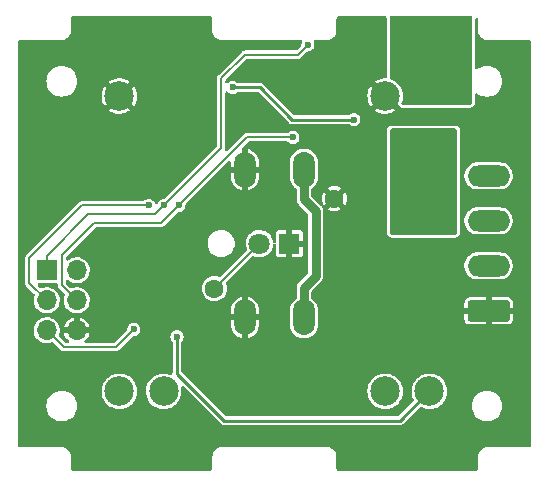
<source format=gbl>
%TF.GenerationSoftware,KiCad,Pcbnew,(6.0.0)*%
%TF.CreationDate,2022-05-26T17:50:24+02:00*%
%TF.ProjectId,slider,736c6964-6572-42e6-9b69-6361645f7063,rev?*%
%TF.SameCoordinates,Original*%
%TF.FileFunction,Copper,L2,Bot*%
%TF.FilePolarity,Positive*%
%FSLAX46Y46*%
G04 Gerber Fmt 4.6, Leading zero omitted, Abs format (unit mm)*
G04 Created by KiCad (PCBNEW (6.0.0)) date 2022-05-26 17:50:24*
%MOMM*%
%LPD*%
G01*
G04 APERTURE LIST*
G04 Aperture macros list*
%AMRoundRect*
0 Rectangle with rounded corners*
0 $1 Rounding radius*
0 $2 $3 $4 $5 $6 $7 $8 $9 X,Y pos of 4 corners*
0 Add a 4 corners polygon primitive as box body*
4,1,4,$2,$3,$4,$5,$6,$7,$8,$9,$2,$3,0*
0 Add four circle primitives for the rounded corners*
1,1,$1+$1,$2,$3*
1,1,$1+$1,$4,$5*
1,1,$1+$1,$6,$7*
1,1,$1+$1,$8,$9*
0 Add four rect primitives between the rounded corners*
20,1,$1+$1,$2,$3,$4,$5,0*
20,1,$1+$1,$4,$5,$6,$7,0*
20,1,$1+$1,$6,$7,$8,$9,0*
20,1,$1+$1,$8,$9,$2,$3,0*%
G04 Aperture macros list end*
%TA.AperFunction,ComponentPad*%
%ADD10R,1.700000X1.700000*%
%TD*%
%TA.AperFunction,ComponentPad*%
%ADD11O,1.700000X1.700000*%
%TD*%
%TA.AperFunction,ComponentPad*%
%ADD12RoundRect,0.250000X1.550000X-0.650000X1.550000X0.650000X-1.550000X0.650000X-1.550000X-0.650000X0*%
%TD*%
%TA.AperFunction,ComponentPad*%
%ADD13O,3.600000X1.800000*%
%TD*%
%TA.AperFunction,ComponentPad*%
%ADD14C,2.500000*%
%TD*%
%TA.AperFunction,ComponentPad*%
%ADD15R,1.800000X1.800000*%
%TD*%
%TA.AperFunction,ComponentPad*%
%ADD16C,1.800000*%
%TD*%
%TA.AperFunction,ComponentPad*%
%ADD17O,1.850000X3.048000*%
%TD*%
%TA.AperFunction,ComponentPad*%
%ADD18C,1.600000*%
%TD*%
%TA.AperFunction,ViaPad*%
%ADD19C,0.800000*%
%TD*%
%TA.AperFunction,ViaPad*%
%ADD20C,0.600000*%
%TD*%
%TA.AperFunction,Conductor*%
%ADD21C,0.200000*%
%TD*%
%TA.AperFunction,Conductor*%
%ADD22C,0.250000*%
%TD*%
%TA.AperFunction,Conductor*%
%ADD23C,0.750000*%
%TD*%
G04 APERTURE END LIST*
D10*
%TO.P,J4,1,MISO*%
%TO.N,/PB1*%
X120725000Y-102250000D03*
D11*
%TO.P,J4,2,VCC*%
%TO.N,+5V*%
X123265000Y-102250000D03*
%TO.P,J4,3,SCK*%
%TO.N,/PB2*%
X120725000Y-104790000D03*
%TO.P,J4,4,MOSI*%
%TO.N,/PB0*%
X123265000Y-104790000D03*
%TO.P,J4,5,~{RST}*%
%TO.N,/PB5*%
X120725000Y-107330000D03*
%TO.P,J4,6,GND*%
%TO.N,GND*%
X123265000Y-107330000D03*
%TD*%
D12*
%TO.P,J8,1,Pin_1*%
%TO.N,GND*%
X158142500Y-105697500D03*
D13*
%TO.P,J8,2,Pin_2*%
%TO.N,VCC*%
X158142500Y-101887500D03*
%TO.P,J8,3,Pin_3*%
%TO.N,/Bout*%
X158142500Y-98077500D03*
%TO.P,J8,4,Pin_4*%
%TO.N,/Aout*%
X158142500Y-94267500D03*
%TD*%
D14*
%TO.P,RV1,1,1*%
%TO.N,+5V*%
X126875000Y-112500000D03*
%TO.P,RV1,2,2*%
%TO.N,/PB3*%
X130625000Y-112500000D03*
%TO.P,RV1,3,3*%
%TO.N,GND*%
X126875000Y-87500000D03*
%TD*%
D15*
%TO.P,D1,1,K*%
%TO.N,GND*%
X141275000Y-100000000D03*
D16*
%TO.P,D1,2,A*%
%TO.N,/switch/LED*%
X138735000Y-100000000D03*
%TD*%
D14*
%TO.P,RV2,1,1*%
%TO.N,+5V*%
X149375000Y-112500000D03*
%TO.P,RV2,2,2*%
%TO.N,/PB4*%
X153125000Y-112500000D03*
%TO.P,RV2,3,3*%
%TO.N,GND*%
X149375000Y-87500000D03*
%TD*%
D17*
%TO.P,SW1,1,1*%
%TO.N,GND*%
X137500000Y-93750000D03*
X137500000Y-106250000D03*
%TO.P,SW1,2,2*%
%TO.N,Net-(D2-Pad1)*%
X142500000Y-93750000D03*
X142500000Y-106250000D03*
D18*
%TO.P,SW1,3,K*%
%TO.N,GND*%
X145080000Y-96190000D03*
%TO.P,SW1,4,A*%
%TO.N,/switch/LED*%
X134920000Y-103810000D03*
%TD*%
D19*
%TO.N,GND*%
X147725000Y-106275000D03*
X147725000Y-108775000D03*
D20*
X151675000Y-116999677D03*
X152925000Y-114499677D03*
X137750000Y-113750000D03*
X134175000Y-101999677D03*
X139250000Y-113750000D03*
X132925000Y-115749677D03*
X131675000Y-90749677D03*
X156675000Y-108249677D03*
X159175000Y-115749677D03*
X146675000Y-84499677D03*
X156675000Y-91999677D03*
X135425000Y-98249677D03*
X160425000Y-108249677D03*
X149175000Y-98249677D03*
X157925000Y-91999677D03*
X119175000Y-93249677D03*
X159175000Y-91999677D03*
X129175000Y-84499677D03*
X159175000Y-90749677D03*
X133500000Y-114000000D03*
X145425000Y-116999677D03*
X136675000Y-115749677D03*
X128750000Y-113750000D03*
X128250000Y-90750000D03*
X124175000Y-86999677D03*
X140425000Y-83249677D03*
X142925000Y-115749677D03*
X140500000Y-85000000D03*
X127925000Y-115749677D03*
X157925000Y-109499677D03*
X136675000Y-96999677D03*
X145425000Y-111999677D03*
X157925000Y-108249677D03*
X152925000Y-116999677D03*
X134175000Y-98249677D03*
X131675000Y-88249677D03*
X147925000Y-91999677D03*
X135425000Y-115749677D03*
X125425000Y-116999677D03*
X120425000Y-93249677D03*
X136675000Y-98249677D03*
X122925000Y-116999677D03*
X130425000Y-116999677D03*
X147925000Y-89499677D03*
X151675000Y-115749677D03*
X130425000Y-81999677D03*
X132925000Y-100749677D03*
X121675000Y-83249677D03*
X141000000Y-92000000D03*
X119175000Y-95749677D03*
X119175000Y-106999677D03*
X130425000Y-101999677D03*
X149175000Y-96999677D03*
X155425000Y-89499677D03*
X147925000Y-96999677D03*
X147925000Y-90749677D03*
X124175000Y-100749677D03*
X150425000Y-116999677D03*
X119175000Y-115749677D03*
X129175000Y-101999677D03*
X125425000Y-89499677D03*
X147925000Y-84499677D03*
X126675000Y-95749677D03*
X124175000Y-83249677D03*
X126675000Y-106999677D03*
X146675000Y-116999677D03*
X122925000Y-89499677D03*
X139175000Y-105749677D03*
X149175000Y-90749677D03*
X157925000Y-84499677D03*
X119175000Y-85749677D03*
X140425000Y-101999677D03*
X125425000Y-118249677D03*
X125425000Y-115749677D03*
X154175000Y-105749677D03*
X134175000Y-108249677D03*
X124175000Y-95749677D03*
X131675000Y-81999677D03*
X140425000Y-103249677D03*
X127925000Y-118249677D03*
X144175000Y-106999677D03*
X146675000Y-91999677D03*
X130425000Y-89499677D03*
X124175000Y-84499677D03*
X137925000Y-115749677D03*
X132925000Y-106999677D03*
X140425000Y-108249677D03*
X145425000Y-115749677D03*
X156675000Y-111999677D03*
X154175000Y-115749677D03*
X119175000Y-90749677D03*
X155425000Y-113249677D03*
X135425000Y-101999677D03*
X155425000Y-114499677D03*
X131675000Y-84499677D03*
X122925000Y-111999677D03*
X136250000Y-113750000D03*
X129175000Y-115749677D03*
X141675000Y-101999677D03*
X144175000Y-113249677D03*
X131725000Y-87025000D03*
X119175000Y-113249677D03*
X136500000Y-90500000D03*
X139175000Y-104499677D03*
X155425000Y-116999677D03*
X121675000Y-84499677D03*
X146675000Y-90749677D03*
X142925000Y-111999677D03*
X141675000Y-111999677D03*
X147925000Y-116999677D03*
X119175000Y-84499677D03*
X126675000Y-109499677D03*
X119175000Y-86999677D03*
X120425000Y-110749677D03*
X140750000Y-113750000D03*
X141675000Y-115749677D03*
X120425000Y-88249677D03*
X135425000Y-96999677D03*
X119175000Y-94499677D03*
X127925000Y-89499677D03*
X130425000Y-88249677D03*
X144175000Y-115749677D03*
X122925000Y-115749677D03*
X156675000Y-90749677D03*
X127925000Y-85749677D03*
X141675000Y-98249677D03*
X151675000Y-110749677D03*
X124175000Y-91999677D03*
X122925000Y-109499677D03*
X119175000Y-109499677D03*
X156675000Y-116999677D03*
X124175000Y-115749677D03*
X138000000Y-85000000D03*
X154175000Y-118249677D03*
X144175000Y-93249677D03*
X149175000Y-89499677D03*
X132925000Y-98249677D03*
X155425000Y-110749677D03*
X124175000Y-114499677D03*
X119175000Y-88249677D03*
X131675000Y-115749677D03*
X119175000Y-105749677D03*
X122925000Y-88249677D03*
X129175000Y-88249677D03*
X129175000Y-118249677D03*
X130000000Y-95500000D03*
X146675000Y-115749677D03*
X156675000Y-118249677D03*
X156675000Y-110749677D03*
X154175000Y-116999677D03*
X157925000Y-89499677D03*
X155425000Y-109499677D03*
X147500000Y-94750000D03*
X122925000Y-91999677D03*
X125425000Y-95749677D03*
X155425000Y-105749677D03*
X137925000Y-103249677D03*
X137925000Y-83249677D03*
X147925000Y-118249677D03*
X131675000Y-89499677D03*
X144175000Y-104499677D03*
X130425000Y-83249677D03*
X126675000Y-81999677D03*
X124175000Y-109499677D03*
X119175000Y-91999677D03*
X130425000Y-118249677D03*
X139175000Y-101999677D03*
X125425000Y-91999677D03*
X124175000Y-81999677D03*
X139250000Y-85000000D03*
X140425000Y-106999677D03*
X135425000Y-83249677D03*
X144175000Y-110749677D03*
X132925000Y-99499677D03*
X147750000Y-82500000D03*
X156675000Y-89499677D03*
X149000000Y-82500000D03*
X119175000Y-108249677D03*
X122000000Y-106000000D03*
X139175000Y-106999677D03*
X149175000Y-91999677D03*
X160425000Y-111999677D03*
X150425000Y-118249677D03*
X132925000Y-118249677D03*
X145425000Y-94499677D03*
X137500000Y-108750000D03*
X146675000Y-118249677D03*
X127925000Y-84499677D03*
X139175000Y-83249677D03*
X160425000Y-113249677D03*
X125425000Y-81999677D03*
X159175000Y-89499677D03*
X146675000Y-111999677D03*
X150425000Y-89499677D03*
X159175000Y-110749677D03*
X122925000Y-83249677D03*
X131675000Y-83249677D03*
X156675000Y-115749677D03*
X157925000Y-115749677D03*
X138500000Y-89250000D03*
X154175000Y-110749677D03*
X124175000Y-111999677D03*
X160425000Y-114499677D03*
X129225000Y-87025000D03*
X119175000Y-96999677D03*
X160425000Y-109499677D03*
X126675000Y-104499677D03*
X135425000Y-84499677D03*
X139175000Y-108249677D03*
X155425000Y-118249677D03*
X126675000Y-90749677D03*
X129225000Y-85775000D03*
X125425000Y-90749677D03*
X152925000Y-115749677D03*
X121675000Y-110749677D03*
X119175000Y-99499677D03*
X139175000Y-95749677D03*
X127925000Y-116999677D03*
X120425000Y-83249677D03*
X135750000Y-105250000D03*
X148475000Y-85525000D03*
X122925000Y-90749677D03*
X149175000Y-99499677D03*
X139175000Y-103249677D03*
X119175000Y-83249677D03*
X139750000Y-98500000D03*
X130475000Y-85775000D03*
X126675000Y-105749677D03*
X120425000Y-111999677D03*
X155425000Y-111999677D03*
X124175000Y-110749677D03*
X127925000Y-101999677D03*
X140425000Y-105749677D03*
X124175000Y-90749677D03*
X131675000Y-91999677D03*
X134175000Y-115749677D03*
X124175000Y-116999677D03*
X144175000Y-105749677D03*
X134175000Y-106999677D03*
X152925000Y-118249677D03*
X147925000Y-115749677D03*
X155425000Y-106999677D03*
X124175000Y-113249677D03*
X147925000Y-98249677D03*
X132000000Y-114000000D03*
X120425000Y-115749677D03*
X130425000Y-84499677D03*
X159175000Y-111999677D03*
X127925000Y-95749677D03*
X144175000Y-111999677D03*
X159175000Y-108249677D03*
X136675000Y-83249677D03*
X153000000Y-110250000D03*
X139750000Y-89750000D03*
X134175000Y-116999677D03*
X131675000Y-116999677D03*
X126675000Y-89499677D03*
X139175000Y-115749677D03*
X124175000Y-85749677D03*
X144175000Y-109499677D03*
X150425000Y-115749677D03*
X120425000Y-109499677D03*
X119175000Y-89499677D03*
X160425000Y-110749677D03*
X130425000Y-115749677D03*
X120425000Y-84499677D03*
X119175000Y-114499677D03*
X157925000Y-90749677D03*
X155425000Y-104499677D03*
X132925000Y-116999677D03*
X124175000Y-89499677D03*
X127925000Y-81999677D03*
X154175000Y-109499677D03*
X130475000Y-87025000D03*
X126675000Y-118249677D03*
X126675000Y-84499677D03*
X121675000Y-111999677D03*
X140425000Y-115749677D03*
X128250000Y-91999677D03*
X156675000Y-109499677D03*
X122925000Y-110749677D03*
X154175000Y-114499677D03*
X154175000Y-108249677D03*
X151675000Y-118249677D03*
X145425000Y-113249677D03*
X148750000Y-94750000D03*
X144175000Y-94499677D03*
X129175000Y-116999677D03*
X149175000Y-118249677D03*
X121675000Y-115749677D03*
X144725000Y-87525000D03*
X157925000Y-111999677D03*
X119175000Y-111999677D03*
X129175000Y-83249677D03*
X136250000Y-108750000D03*
X140425000Y-104499677D03*
X134175000Y-118249677D03*
X125425000Y-83249677D03*
X131750000Y-102500000D03*
X146675000Y-98249677D03*
X155425000Y-115749677D03*
X125425000Y-85749677D03*
X154175000Y-104499677D03*
X132925000Y-108249677D03*
X124175000Y-118249677D03*
X121675000Y-109499677D03*
X152925000Y-89499677D03*
X155425000Y-108249677D03*
X124175000Y-88249677D03*
X146675000Y-113249677D03*
X154175000Y-89499677D03*
X131725000Y-85775000D03*
X144175000Y-108249677D03*
X126675000Y-83249677D03*
X160425000Y-115749677D03*
X125425000Y-84499677D03*
X154175000Y-106999677D03*
X157925000Y-88249677D03*
X129175000Y-81999677D03*
X159175000Y-88249677D03*
X157925000Y-110749677D03*
X132925000Y-105749677D03*
X146675000Y-96999677D03*
X151675000Y-89499677D03*
X122925000Y-84499677D03*
X145425000Y-104499677D03*
X119175000Y-98249677D03*
X127925000Y-83249677D03*
X131675000Y-118249677D03*
X159175000Y-109499677D03*
X149175000Y-84499677D03*
X129175000Y-89499677D03*
X133725000Y-85775000D03*
X145725000Y-86775000D03*
X119175000Y-110749677D03*
X126000000Y-110750000D03*
X121675000Y-88249677D03*
%TO.N,+24V*%
X146725000Y-89500000D03*
X136475000Y-86775000D03*
%TO.N,/PB4*%
X131750000Y-107887500D03*
%TO.N,/PB1*%
X130635000Y-96750000D03*
X142840000Y-83160000D03*
%TO.N,/PB2*%
X129365000Y-96750000D03*
%TO.N,/PB0*%
X131905000Y-96750000D03*
X141570000Y-91000000D03*
%TO.N,/PB5*%
X128095000Y-107250000D03*
%TO.N,/Bout*%
X154500000Y-98500000D03*
X150750000Y-96000000D03*
X150750000Y-97250000D03*
X153250000Y-94750000D03*
X152000000Y-92250000D03*
X153250000Y-96000000D03*
X152000000Y-97250000D03*
X153250000Y-91000000D03*
X153250000Y-93500000D03*
X152000000Y-96000000D03*
X150750000Y-92250000D03*
X154500000Y-93500000D03*
X153250000Y-98500000D03*
X153250000Y-97250000D03*
X154500000Y-92250000D03*
X154500000Y-94750000D03*
X154500000Y-91000000D03*
X154500000Y-97250000D03*
X153250000Y-92250000D03*
X150750000Y-98500000D03*
X150750000Y-93500000D03*
X152000000Y-93500000D03*
X152000000Y-91000000D03*
X152000000Y-98500000D03*
X150750000Y-91000000D03*
X154500000Y-96000000D03*
%TO.N,/Aout*%
X154500000Y-82500000D03*
X153250000Y-87500000D03*
X154500000Y-86250000D03*
X153250000Y-85000000D03*
X152000000Y-86250000D03*
X152000000Y-81250000D03*
X153250000Y-83750000D03*
X153250000Y-81250000D03*
X154500000Y-85000000D03*
X154500000Y-87500000D03*
X155750000Y-87500000D03*
X152000000Y-83750000D03*
X155750000Y-82500000D03*
X155750000Y-81250000D03*
X154500000Y-81250000D03*
X150750000Y-83750000D03*
X150750000Y-85000000D03*
X155750000Y-83750000D03*
X155750000Y-86250000D03*
X152000000Y-85000000D03*
X154500000Y-83750000D03*
X150750000Y-81250000D03*
X153250000Y-86250000D03*
X153250000Y-82500000D03*
X155750000Y-85000000D03*
X152000000Y-87500000D03*
%TD*%
D21*
%TO.N,/PB0*%
X137655000Y-91000000D02*
X141570000Y-91000000D01*
X131905000Y-96750000D02*
X137655000Y-91000000D01*
D22*
%TO.N,+24V*%
X141500000Y-89500000D02*
X146725000Y-89500000D01*
X138775000Y-86775000D02*
X141500000Y-89500000D01*
X136475000Y-86775000D02*
X138775000Y-86775000D01*
%TO.N,/PB4*%
X135750000Y-115000000D02*
X131750000Y-111000000D01*
X131750000Y-111000000D02*
X131750000Y-107887500D01*
X150625000Y-115000000D02*
X135750000Y-115000000D01*
X153125000Y-112500000D02*
X150625000Y-115000000D01*
D21*
%TO.N,/PB1*%
X137500000Y-84000000D02*
X142000000Y-84000000D01*
X120725000Y-101025000D02*
X124250000Y-97500000D01*
X135500000Y-91885000D02*
X135500000Y-86000000D01*
X135500000Y-86000000D02*
X137500000Y-84000000D01*
X130635000Y-96750000D02*
X135500000Y-91885000D01*
X142000000Y-84000000D02*
X142840000Y-83160000D01*
X124250000Y-97500000D02*
X129885000Y-97500000D01*
X120725000Y-102250000D02*
X120725000Y-101025000D01*
X129885000Y-97500000D02*
X130635000Y-96750000D01*
%TO.N,/PB2*%
X120725000Y-104790000D02*
X119250000Y-103315000D01*
X123750000Y-96750000D02*
X129365000Y-96750000D01*
X119250000Y-101250000D02*
X123750000Y-96750000D01*
X119250000Y-103315000D02*
X119250000Y-101250000D01*
%TO.N,/PB0*%
X122000000Y-101000000D02*
X124750000Y-98250000D01*
X130405000Y-98250000D02*
X131905000Y-96750000D01*
X124750000Y-98250000D02*
X130405000Y-98250000D01*
X122000000Y-103525000D02*
X122000000Y-101000000D01*
X123265000Y-104790000D02*
X122000000Y-103525000D01*
%TO.N,/PB5*%
X126595000Y-108750000D02*
X128095000Y-107250000D01*
X122145000Y-108750000D02*
X126595000Y-108750000D01*
X120725000Y-107330000D02*
X122145000Y-108750000D01*
%TO.N,/switch/LED*%
X138730000Y-100000000D02*
X138735000Y-100000000D01*
X134920000Y-103810000D02*
X138730000Y-100000000D01*
D23*
%TO.N,Net-(D2-Pad1)*%
X143500000Y-102750000D02*
X142500000Y-103750000D01*
X142500000Y-103750000D02*
X142500000Y-106250000D01*
X142500000Y-96250000D02*
X143500000Y-97250000D01*
X142500000Y-93750000D02*
X142500000Y-96250000D01*
X143500000Y-97250000D02*
X143500000Y-102750000D01*
%TD*%
%TA.AperFunction,Conductor*%
%TO.N,/Aout*%
G36*
X156693039Y-80769684D02*
G01*
X156738794Y-80822488D01*
X156750000Y-80873999D01*
X156750000Y-85873991D01*
X156745775Y-85906083D01*
X156714365Y-86023308D01*
X156713894Y-86028693D01*
X156713893Y-86028698D01*
X156696637Y-86225935D01*
X156694532Y-86250000D01*
X156695004Y-86255395D01*
X156707278Y-86395682D01*
X156714365Y-86476692D01*
X156715765Y-86481917D01*
X156745775Y-86593916D01*
X156750000Y-86626009D01*
X156750000Y-87987789D01*
X156747617Y-88011980D01*
X156735866Y-88071060D01*
X156735782Y-88071480D01*
X156717268Y-88116178D01*
X156690480Y-88156269D01*
X156656269Y-88190480D01*
X156616178Y-88217268D01*
X156571481Y-88235782D01*
X156526582Y-88244712D01*
X156511980Y-88247617D01*
X156487789Y-88250000D01*
X150877774Y-88250000D01*
X150810735Y-88230315D01*
X150764980Y-88177511D01*
X150755036Y-88108353D01*
X150766607Y-88071065D01*
X150774911Y-88054264D01*
X150846639Y-87818180D01*
X150878845Y-87573550D01*
X150879409Y-87550500D01*
X150880562Y-87503308D01*
X150880643Y-87500000D01*
X150860425Y-87254089D01*
X150800316Y-87014783D01*
X150701928Y-86788507D01*
X150567905Y-86581339D01*
X150472684Y-86476692D01*
X150405278Y-86402613D01*
X150405274Y-86402609D01*
X150401846Y-86398842D01*
X150208210Y-86245918D01*
X150157695Y-86218032D01*
X149996653Y-86129132D01*
X149996650Y-86129131D01*
X149992198Y-86126673D01*
X149987399Y-86124974D01*
X149987391Y-86124970D01*
X149832608Y-86070158D01*
X149775985Y-86029225D01*
X149750480Y-85964176D01*
X149750000Y-85953271D01*
X149750000Y-80873999D01*
X149769685Y-80806960D01*
X149822489Y-80761205D01*
X149874000Y-80749999D01*
X156626000Y-80749999D01*
X156693039Y-80769684D01*
G37*
%TD.AperFunction*%
%TD*%
%TA.AperFunction,Conductor*%
%TO.N,/Bout*%
G36*
X155261980Y-90252383D02*
G01*
X155321481Y-90264218D01*
X155366178Y-90282732D01*
X155406269Y-90309520D01*
X155440480Y-90343731D01*
X155467268Y-90383822D01*
X155485782Y-90428520D01*
X155497617Y-90488020D01*
X155500000Y-90512211D01*
X155500000Y-98987789D01*
X155497617Y-99011980D01*
X155485782Y-99071480D01*
X155467268Y-99116178D01*
X155440480Y-99156269D01*
X155406269Y-99190480D01*
X155366178Y-99217268D01*
X155321481Y-99235782D01*
X155276582Y-99244712D01*
X155261980Y-99247617D01*
X155237789Y-99250000D01*
X150012211Y-99250000D01*
X149988020Y-99247617D01*
X149973418Y-99244712D01*
X149928519Y-99235782D01*
X149883822Y-99217268D01*
X149843731Y-99190480D01*
X149809520Y-99156269D01*
X149782732Y-99116178D01*
X149764218Y-99071480D01*
X149752383Y-99011980D01*
X149750000Y-98987789D01*
X149750000Y-90512211D01*
X149752383Y-90488020D01*
X149764218Y-90428520D01*
X149782732Y-90383822D01*
X149809520Y-90343731D01*
X149843731Y-90309520D01*
X149883822Y-90282732D01*
X149928519Y-90264218D01*
X149988020Y-90252383D01*
X150012211Y-90250000D01*
X155237789Y-90250000D01*
X155261980Y-90252383D01*
G37*
%TD.AperFunction*%
%TD*%
%TA.AperFunction,Conductor*%
%TO.N,GND*%
G36*
X134487356Y-80752382D02*
G01*
X134500000Y-80754897D01*
X134510319Y-80752844D01*
X134525521Y-80754041D01*
X134557856Y-80759162D01*
X134594753Y-80771151D01*
X134629451Y-80788831D01*
X134660836Y-80811634D01*
X134688366Y-80839164D01*
X134711169Y-80870549D01*
X134728849Y-80905247D01*
X134740838Y-80942145D01*
X134745959Y-80974478D01*
X134747156Y-80989681D01*
X134745103Y-81000000D01*
X134747486Y-81011978D01*
X134747617Y-81012637D01*
X134750000Y-81036830D01*
X134749999Y-81963167D01*
X134747616Y-81987358D01*
X134745101Y-82000002D01*
X134747484Y-82011981D01*
X134747484Y-82013796D01*
X134748212Y-82018704D01*
X134753979Y-82077255D01*
X134760851Y-82147027D01*
X134803737Y-82288402D01*
X134873380Y-82418695D01*
X134967103Y-82532897D01*
X135081305Y-82626620D01*
X135211598Y-82696263D01*
X135352973Y-82739149D01*
X135395990Y-82743386D01*
X135481296Y-82751788D01*
X135486204Y-82752516D01*
X135488019Y-82752516D01*
X135499998Y-82754899D01*
X135511978Y-82752516D01*
X135512642Y-82752384D01*
X135536833Y-82750001D01*
X142228392Y-82750001D01*
X142295431Y-82769686D01*
X142341186Y-82822490D01*
X142351130Y-82891648D01*
X142342955Y-82921448D01*
X142303670Y-83016291D01*
X142284750Y-83160000D01*
X142285728Y-83167428D01*
X142266126Y-83234184D01*
X142249492Y-83254826D01*
X141891137Y-83613181D01*
X141829814Y-83646666D01*
X141803456Y-83649500D01*
X137550609Y-83649500D01*
X137530877Y-83647400D01*
X137526757Y-83647206D01*
X137516739Y-83645049D01*
X137486849Y-83648587D01*
X137486399Y-83648640D01*
X137481091Y-83648953D01*
X137481101Y-83649078D01*
X137475995Y-83649500D01*
X137470885Y-83649500D01*
X137453467Y-83652399D01*
X137447704Y-83653220D01*
X137400861Y-83658764D01*
X137393241Y-83662423D01*
X137384897Y-83663812D01*
X137375881Y-83668677D01*
X137375878Y-83668678D01*
X137354494Y-83680217D01*
X137343379Y-83686215D01*
X137338188Y-83688859D01*
X137329111Y-83693218D01*
X137302702Y-83705899D01*
X137302700Y-83705900D01*
X137295674Y-83709274D01*
X137291726Y-83712592D01*
X137289829Y-83714489D01*
X137288188Y-83715994D01*
X137287780Y-83716214D01*
X137287744Y-83716175D01*
X137287572Y-83716326D01*
X137282206Y-83719222D01*
X137275253Y-83726744D01*
X137248508Y-83755676D01*
X137245133Y-83759185D01*
X135287949Y-85716369D01*
X135272500Y-85728846D01*
X135269452Y-85731619D01*
X135260848Y-85737175D01*
X135254506Y-85745220D01*
X135241927Y-85761176D01*
X135238401Y-85765144D01*
X135238497Y-85765225D01*
X135235191Y-85769127D01*
X135231572Y-85772746D01*
X135221313Y-85787103D01*
X135217821Y-85791755D01*
X135188608Y-85828811D01*
X135185807Y-85836787D01*
X135180889Y-85843669D01*
X135177954Y-85853483D01*
X135177953Y-85853485D01*
X135167379Y-85888844D01*
X135165573Y-85894403D01*
X135149945Y-85938906D01*
X135149500Y-85944044D01*
X135149500Y-85946726D01*
X135149404Y-85948950D01*
X135149273Y-85949388D01*
X135149219Y-85949386D01*
X135149204Y-85949617D01*
X135147456Y-85955464D01*
X135147858Y-85965705D01*
X135147858Y-85965708D01*
X135149404Y-86005045D01*
X135149500Y-86009913D01*
X135149500Y-91688456D01*
X135129815Y-91755495D01*
X135113181Y-91776137D01*
X130729826Y-96159492D01*
X130668503Y-96192977D01*
X130642648Y-96195757D01*
X130635000Y-96194750D01*
X130491291Y-96213670D01*
X130483779Y-96216781D01*
X130483777Y-96216782D01*
X130469000Y-96222903D01*
X130357375Y-96269139D01*
X130242379Y-96357379D01*
X130237435Y-96363822D01*
X130196066Y-96417735D01*
X130154139Y-96472375D01*
X130139755Y-96507102D01*
X130114561Y-96567926D01*
X130070720Y-96622330D01*
X130004426Y-96644395D01*
X129936727Y-96627116D01*
X129889116Y-96575979D01*
X129885439Y-96567926D01*
X129860245Y-96507102D01*
X129845861Y-96472375D01*
X129803934Y-96417735D01*
X129762565Y-96363822D01*
X129757621Y-96357379D01*
X129642625Y-96269139D01*
X129531000Y-96222903D01*
X129516223Y-96216782D01*
X129516221Y-96216781D01*
X129508709Y-96213670D01*
X129365000Y-96194750D01*
X129221291Y-96213670D01*
X129213779Y-96216781D01*
X129213777Y-96216782D01*
X129199000Y-96222903D01*
X129087375Y-96269139D01*
X129080928Y-96274086D01*
X128983785Y-96348627D01*
X128972379Y-96357379D01*
X128967819Y-96363321D01*
X128906758Y-96396665D01*
X128880396Y-96399500D01*
X123800609Y-96399500D01*
X123780877Y-96397400D01*
X123776757Y-96397206D01*
X123766739Y-96395049D01*
X123736849Y-96398587D01*
X123736399Y-96398640D01*
X123731091Y-96398953D01*
X123731101Y-96399078D01*
X123725995Y-96399500D01*
X123720885Y-96399500D01*
X123703467Y-96402399D01*
X123697704Y-96403220D01*
X123650861Y-96408764D01*
X123643241Y-96412423D01*
X123634897Y-96413812D01*
X123625881Y-96418677D01*
X123625878Y-96418678D01*
X123605808Y-96429508D01*
X123593379Y-96436215D01*
X123588188Y-96438859D01*
X123570404Y-96447399D01*
X123552702Y-96455899D01*
X123552700Y-96455900D01*
X123545674Y-96459274D01*
X123541726Y-96462592D01*
X123539829Y-96464489D01*
X123538188Y-96465994D01*
X123537780Y-96466214D01*
X123537744Y-96466175D01*
X123537572Y-96466326D01*
X123532206Y-96469222D01*
X123510318Y-96492900D01*
X123498508Y-96505676D01*
X123495133Y-96509185D01*
X119037949Y-100966369D01*
X119022500Y-100978846D01*
X119019452Y-100981619D01*
X119010848Y-100987175D01*
X119004506Y-100995220D01*
X118991927Y-101011176D01*
X118988401Y-101015144D01*
X118988497Y-101015225D01*
X118985191Y-101019127D01*
X118981572Y-101022746D01*
X118974229Y-101033022D01*
X118971313Y-101037103D01*
X118967821Y-101041755D01*
X118938608Y-101078811D01*
X118935807Y-101086787D01*
X118930889Y-101093669D01*
X118927954Y-101103483D01*
X118927953Y-101103485D01*
X118917379Y-101138844D01*
X118915573Y-101144403D01*
X118913313Y-101150839D01*
X118899945Y-101188906D01*
X118899500Y-101194044D01*
X118899500Y-101196726D01*
X118899404Y-101198950D01*
X118899273Y-101199388D01*
X118899219Y-101199386D01*
X118899204Y-101199617D01*
X118897456Y-101205464D01*
X118897858Y-101215705D01*
X118897858Y-101215708D01*
X118899404Y-101255045D01*
X118899500Y-101259913D01*
X118899500Y-103264391D01*
X118897400Y-103284123D01*
X118897206Y-103288243D01*
X118895049Y-103298261D01*
X118896254Y-103308440D01*
X118898640Y-103328601D01*
X118898953Y-103333909D01*
X118899078Y-103333899D01*
X118899500Y-103339004D01*
X118899500Y-103344115D01*
X118900339Y-103349155D01*
X118902400Y-103361539D01*
X118903222Y-103367318D01*
X118906732Y-103396972D01*
X118908764Y-103414138D01*
X118912423Y-103421758D01*
X118913812Y-103430103D01*
X118918676Y-103439118D01*
X118918678Y-103439123D01*
X118936215Y-103471623D01*
X118938845Y-103476784D01*
X118959274Y-103519326D01*
X118962592Y-103523274D01*
X118964498Y-103525180D01*
X118965994Y-103526811D01*
X118966214Y-103527220D01*
X118966175Y-103527256D01*
X118966326Y-103527428D01*
X118969222Y-103532794D01*
X118981246Y-103543909D01*
X119005676Y-103566492D01*
X119009185Y-103569867D01*
X119675734Y-104236416D01*
X119709219Y-104297739D01*
X119703040Y-104366782D01*
X119703914Y-104367053D01*
X119643937Y-104560213D01*
X119620164Y-104761069D01*
X119620535Y-104766731D01*
X119620535Y-104766735D01*
X119625851Y-104847842D01*
X119633392Y-104962894D01*
X119683178Y-105158928D01*
X119685554Y-105164082D01*
X119714991Y-105227934D01*
X119767856Y-105342607D01*
X119884588Y-105507780D01*
X120029466Y-105648913D01*
X120197637Y-105761282D01*
X120383470Y-105841122D01*
X120479502Y-105862852D01*
X120575193Y-105884505D01*
X120575195Y-105884505D01*
X120580740Y-105885760D01*
X120698135Y-105890372D01*
X120777161Y-105893477D01*
X120777163Y-105893477D01*
X120782842Y-105893700D01*
X120788462Y-105892885D01*
X120788465Y-105892885D01*
X120977387Y-105865493D01*
X120977389Y-105865493D01*
X120983007Y-105864678D01*
X120988384Y-105862853D01*
X120988387Y-105862852D01*
X121073090Y-105834099D01*
X121174531Y-105799664D01*
X121351001Y-105700837D01*
X121413433Y-105648913D01*
X121502138Y-105575137D01*
X121506505Y-105571505D01*
X121563364Y-105503140D01*
X121632206Y-105420367D01*
X121632207Y-105420366D01*
X121635837Y-105416001D01*
X121644673Y-105400224D01*
X121731886Y-105244491D01*
X121734664Y-105239531D01*
X121799678Y-105048007D01*
X121804705Y-105013336D01*
X121828176Y-104851458D01*
X121828176Y-104851453D01*
X121828700Y-104847842D01*
X121828862Y-104841677D01*
X121830119Y-104793661D01*
X121830215Y-104790000D01*
X121811708Y-104588591D01*
X121756807Y-104393926D01*
X121667351Y-104212527D01*
X121546335Y-104050467D01*
X121397812Y-103913174D01*
X121226757Y-103805246D01*
X121038898Y-103730298D01*
X121033317Y-103729188D01*
X121033314Y-103729187D01*
X120938935Y-103710414D01*
X120840526Y-103690839D01*
X120834839Y-103690765D01*
X120834834Y-103690764D01*
X120643975Y-103688266D01*
X120643970Y-103688266D01*
X120638286Y-103688192D01*
X120632682Y-103689155D01*
X120632681Y-103689155D01*
X120444546Y-103721482D01*
X120444543Y-103721483D01*
X120438949Y-103722444D01*
X120304625Y-103771999D01*
X120234917Y-103776734D01*
X120174026Y-103743344D01*
X119992863Y-103562181D01*
X119959378Y-103500858D01*
X119964362Y-103431166D01*
X120006234Y-103375233D01*
X120071698Y-103350816D01*
X120080544Y-103350500D01*
X121525477Y-103350500D01*
X121592516Y-103370185D01*
X121638271Y-103422989D01*
X121647619Y-103488000D01*
X121647689Y-103488003D01*
X121647672Y-103488369D01*
X121648215Y-103492147D01*
X121647236Y-103497604D01*
X121647206Y-103498243D01*
X121645049Y-103508261D01*
X121647210Y-103526517D01*
X121648640Y-103538601D01*
X121648953Y-103543909D01*
X121649078Y-103543899D01*
X121649500Y-103549004D01*
X121649500Y-103554115D01*
X121651560Y-103566492D01*
X121652400Y-103571539D01*
X121653222Y-103577318D01*
X121657559Y-103613960D01*
X121658764Y-103624138D01*
X121662423Y-103631758D01*
X121663812Y-103640103D01*
X121668676Y-103649118D01*
X121668678Y-103649123D01*
X121686215Y-103681623D01*
X121688845Y-103686784D01*
X121709274Y-103729326D01*
X121712592Y-103733274D01*
X121714498Y-103735180D01*
X121715994Y-103736811D01*
X121716214Y-103737220D01*
X121716175Y-103737256D01*
X121716326Y-103737428D01*
X121719222Y-103742794D01*
X121726744Y-103749747D01*
X121755676Y-103776492D01*
X121759185Y-103779867D01*
X122215734Y-104236416D01*
X122249219Y-104297739D01*
X122243040Y-104366782D01*
X122243914Y-104367053D01*
X122183937Y-104560213D01*
X122160164Y-104761069D01*
X122160535Y-104766731D01*
X122160535Y-104766735D01*
X122165851Y-104847842D01*
X122173392Y-104962894D01*
X122223178Y-105158928D01*
X122225554Y-105164082D01*
X122254991Y-105227934D01*
X122307856Y-105342607D01*
X122424588Y-105507780D01*
X122569466Y-105648913D01*
X122737637Y-105761282D01*
X122923470Y-105841122D01*
X123019502Y-105862852D01*
X123115193Y-105884505D01*
X123115195Y-105884505D01*
X123120740Y-105885760D01*
X123238135Y-105890372D01*
X123317161Y-105893477D01*
X123317163Y-105893477D01*
X123322842Y-105893700D01*
X123328462Y-105892885D01*
X123328465Y-105892885D01*
X123517387Y-105865493D01*
X123517389Y-105865493D01*
X123523007Y-105864678D01*
X123528384Y-105862853D01*
X123528387Y-105862852D01*
X123613090Y-105834099D01*
X123714531Y-105799664D01*
X123891001Y-105700837D01*
X123953433Y-105648913D01*
X124042138Y-105575137D01*
X124046505Y-105571505D01*
X124103364Y-105503140D01*
X124172206Y-105420367D01*
X124172207Y-105420366D01*
X124175837Y-105416001D01*
X124184673Y-105400224D01*
X124271886Y-105244491D01*
X124274664Y-105239531D01*
X124339678Y-105048007D01*
X124344705Y-105013336D01*
X124368176Y-104851458D01*
X124368176Y-104851453D01*
X124368700Y-104847842D01*
X124368862Y-104841677D01*
X124370119Y-104793661D01*
X124370215Y-104790000D01*
X124351708Y-104588591D01*
X124296807Y-104393926D01*
X124207351Y-104212527D01*
X124086335Y-104050467D01*
X123937812Y-103913174D01*
X123766757Y-103805246D01*
X123741732Y-103795262D01*
X133864520Y-103795262D01*
X133881759Y-104000553D01*
X133938544Y-104198586D01*
X134032712Y-104381818D01*
X134036480Y-104386572D01*
X134141824Y-104519483D01*
X134160677Y-104543270D01*
X134165296Y-104547201D01*
X134312950Y-104672865D01*
X134312955Y-104672869D01*
X134317564Y-104676791D01*
X134497398Y-104777297D01*
X134693329Y-104840959D01*
X134699347Y-104841677D01*
X134699349Y-104841677D01*
X134841410Y-104858616D01*
X134897894Y-104865351D01*
X134903938Y-104864886D01*
X134903939Y-104864886D01*
X134965266Y-104860167D01*
X135103300Y-104849546D01*
X135233517Y-104813189D01*
X135295885Y-104795776D01*
X135295889Y-104795774D01*
X135301725Y-104794145D01*
X135485610Y-104701258D01*
X135647951Y-104574424D01*
X135651907Y-104569840D01*
X135651911Y-104569837D01*
X135778602Y-104423062D01*
X135782564Y-104418472D01*
X135803387Y-104381818D01*
X135881327Y-104244618D01*
X135884323Y-104239344D01*
X135949351Y-104043863D01*
X135954823Y-104000553D01*
X135974736Y-103842919D01*
X135974736Y-103842915D01*
X135975171Y-103839474D01*
X135975583Y-103810000D01*
X135973166Y-103785345D01*
X135956072Y-103611006D01*
X135956072Y-103611004D01*
X135955480Y-103604970D01*
X135947131Y-103577318D01*
X135899296Y-103418880D01*
X135898764Y-103349012D01*
X135930323Y-103295359D01*
X138142859Y-101082823D01*
X138204182Y-101049338D01*
X138279487Y-101056574D01*
X138377953Y-101098878D01*
X138398313Y-101103485D01*
X138578638Y-101144289D01*
X138578642Y-101144290D01*
X138584186Y-101145544D01*
X138710315Y-101150500D01*
X138789789Y-101153623D01*
X138789791Y-101153623D01*
X138795470Y-101153846D01*
X138801090Y-101153031D01*
X138801092Y-101153031D01*
X138999103Y-101124320D01*
X138999104Y-101124320D01*
X139004730Y-101123504D01*
X139047861Y-101108863D01*
X139199565Y-101057367D01*
X139199568Y-101057366D01*
X139204955Y-101055537D01*
X139209916Y-101052759D01*
X139209922Y-101052756D01*
X139347508Y-100975703D01*
X139389442Y-100952219D01*
X139397720Y-100945335D01*
X139547645Y-100820644D01*
X139552012Y-100817012D01*
X139602213Y-100756651D01*
X139683584Y-100658813D01*
X139683585Y-100658811D01*
X139687219Y-100654442D01*
X139762918Y-100519272D01*
X139787756Y-100474922D01*
X139787759Y-100474916D01*
X139790537Y-100469955D01*
X139798668Y-100446004D01*
X139856675Y-100275118D01*
X139858504Y-100269730D01*
X139861127Y-100251644D01*
X139878283Y-100133320D01*
X139907384Y-100069799D01*
X139966207Y-100032095D01*
X140036077Y-100032179D01*
X140094810Y-100070023D01*
X140123759Y-100133613D01*
X140125000Y-100151114D01*
X140125000Y-100918528D01*
X140126190Y-100930604D01*
X140137122Y-100985567D01*
X140146290Y-101007699D01*
X140187976Y-101070087D01*
X140204913Y-101087024D01*
X140267301Y-101128710D01*
X140289433Y-101137878D01*
X140344396Y-101148810D01*
X140356472Y-101150000D01*
X141007170Y-101150000D01*
X141022169Y-101145596D01*
X141023356Y-101144226D01*
X141025000Y-101136668D01*
X141025000Y-101132170D01*
X141525000Y-101132170D01*
X141529404Y-101147169D01*
X141530774Y-101148356D01*
X141538332Y-101150000D01*
X142193528Y-101150000D01*
X142205604Y-101148810D01*
X142260567Y-101137878D01*
X142282699Y-101128710D01*
X142345087Y-101087024D01*
X142362024Y-101070087D01*
X142403710Y-101007699D01*
X142412878Y-100985567D01*
X142423810Y-100930604D01*
X142425000Y-100918528D01*
X142425000Y-100267830D01*
X142420596Y-100252831D01*
X142419226Y-100251644D01*
X142411668Y-100250000D01*
X141542830Y-100250000D01*
X141527831Y-100254404D01*
X141526644Y-100255774D01*
X141525000Y-100263332D01*
X141525000Y-101132170D01*
X141025000Y-101132170D01*
X141025000Y-99732170D01*
X141525000Y-99732170D01*
X141529404Y-99747169D01*
X141530774Y-99748356D01*
X141538332Y-99750000D01*
X142407170Y-99750000D01*
X142422169Y-99745596D01*
X142423356Y-99744226D01*
X142425000Y-99736668D01*
X142425000Y-99081472D01*
X142423810Y-99069396D01*
X142412878Y-99014433D01*
X142403710Y-98992301D01*
X142362024Y-98929913D01*
X142345087Y-98912976D01*
X142282699Y-98871290D01*
X142260567Y-98862122D01*
X142205604Y-98851190D01*
X142193528Y-98850000D01*
X141542830Y-98850000D01*
X141527831Y-98854404D01*
X141526644Y-98855774D01*
X141525000Y-98863332D01*
X141525000Y-99732170D01*
X141025000Y-99732170D01*
X141025000Y-98867830D01*
X141020596Y-98852831D01*
X141019226Y-98851644D01*
X141011668Y-98850000D01*
X140356472Y-98850000D01*
X140344396Y-98851190D01*
X140289433Y-98862122D01*
X140267301Y-98871290D01*
X140204913Y-98912976D01*
X140187976Y-98929913D01*
X140146290Y-98992301D01*
X140137122Y-99014433D01*
X140126190Y-99069396D01*
X140125000Y-99081472D01*
X140125000Y-99848168D01*
X140105315Y-99915207D01*
X140052511Y-99960962D01*
X139983353Y-99970906D01*
X139919797Y-99941881D01*
X139882023Y-99883103D01*
X139877520Y-99859514D01*
X139871601Y-99795101D01*
X139871081Y-99789440D01*
X139813686Y-99585931D01*
X139720165Y-99396290D01*
X139593651Y-99226867D01*
X139589481Y-99223012D01*
X139589478Y-99223009D01*
X139497461Y-99137950D01*
X139438381Y-99083337D01*
X139360983Y-99034502D01*
X139264363Y-98973539D01*
X139264361Y-98973538D01*
X139259554Y-98970505D01*
X139063160Y-98892152D01*
X139057579Y-98891042D01*
X139057576Y-98891041D01*
X138947525Y-98869151D01*
X138855775Y-98850901D01*
X138850088Y-98850827D01*
X138850083Y-98850826D01*
X138650034Y-98848207D01*
X138650029Y-98848207D01*
X138644346Y-98848133D01*
X138638742Y-98849096D01*
X138638741Y-98849096D01*
X138441550Y-98882979D01*
X138441547Y-98882980D01*
X138435953Y-98883941D01*
X138237575Y-98957127D01*
X138232697Y-98960029D01*
X138232695Y-98960030D01*
X138060740Y-99062332D01*
X138060737Y-99062334D01*
X138055856Y-99065238D01*
X137896881Y-99204655D01*
X137893362Y-99209119D01*
X137893359Y-99209122D01*
X137878817Y-99227569D01*
X137765976Y-99370708D01*
X137667523Y-99557836D01*
X137604820Y-99759773D01*
X137604152Y-99765418D01*
X137604151Y-99765422D01*
X137586423Y-99915207D01*
X137579967Y-99969754D01*
X137593796Y-100180749D01*
X137645845Y-100385690D01*
X137648222Y-100390846D01*
X137648223Y-100390849D01*
X137673649Y-100446004D01*
X137683839Y-100515127D01*
X137655040Y-100578786D01*
X137648720Y-100585598D01*
X135434154Y-102800164D01*
X135372831Y-102833649D01*
X135309805Y-102830938D01*
X135138046Y-102777770D01*
X135138047Y-102777770D01*
X135132254Y-102775977D01*
X134927369Y-102754443D01*
X134921336Y-102754992D01*
X134921332Y-102754992D01*
X134795721Y-102766424D01*
X134722203Y-102773114D01*
X134716390Y-102774825D01*
X134716389Y-102774825D01*
X134558763Y-102821217D01*
X134524572Y-102831280D01*
X134467934Y-102860890D01*
X134347374Y-102923917D01*
X134347370Y-102923920D01*
X134342002Y-102926726D01*
X134337279Y-102930523D01*
X134337278Y-102930524D01*
X134204141Y-103037569D01*
X134181447Y-103055815D01*
X134143791Y-103100692D01*
X134072756Y-103185348D01*
X134049024Y-103213630D01*
X133949776Y-103394162D01*
X133947942Y-103399944D01*
X133947941Y-103399946D01*
X133889317Y-103584753D01*
X133887484Y-103590532D01*
X133881924Y-103640103D01*
X133866247Y-103779867D01*
X133864520Y-103795262D01*
X123741732Y-103795262D01*
X123578898Y-103730298D01*
X123573317Y-103729188D01*
X123573314Y-103729187D01*
X123478935Y-103710414D01*
X123380526Y-103690839D01*
X123374839Y-103690765D01*
X123374834Y-103690764D01*
X123183975Y-103688266D01*
X123183970Y-103688266D01*
X123178286Y-103688192D01*
X123172682Y-103689155D01*
X123172681Y-103689155D01*
X122984546Y-103721482D01*
X122984543Y-103721483D01*
X122978949Y-103722444D01*
X122844625Y-103771999D01*
X122774917Y-103776734D01*
X122714026Y-103743344D01*
X122386819Y-103416137D01*
X122353334Y-103354814D01*
X122350500Y-103328456D01*
X122350500Y-103189513D01*
X122370185Y-103122474D01*
X122422989Y-103076719D01*
X122492147Y-103066775D01*
X122555703Y-103095800D01*
X122561027Y-103100692D01*
X122565393Y-103104946D01*
X122565397Y-103104950D01*
X122569466Y-103108913D01*
X122737637Y-103221282D01*
X122923470Y-103301122D01*
X122955811Y-103308440D01*
X123115193Y-103344505D01*
X123115195Y-103344505D01*
X123120740Y-103345760D01*
X123238135Y-103350372D01*
X123317161Y-103353477D01*
X123317163Y-103353477D01*
X123322842Y-103353700D01*
X123328462Y-103352885D01*
X123328465Y-103352885D01*
X123517387Y-103325493D01*
X123517389Y-103325493D01*
X123523007Y-103324678D01*
X123528384Y-103322853D01*
X123528387Y-103322852D01*
X123613090Y-103294099D01*
X123714531Y-103259664D01*
X123891001Y-103160837D01*
X123895995Y-103156684D01*
X124042138Y-103035137D01*
X124046505Y-103031505D01*
X124110153Y-102954977D01*
X124172206Y-102880367D01*
X124172207Y-102880366D01*
X124175837Y-102876001D01*
X124184300Y-102860890D01*
X124260054Y-102725619D01*
X124274664Y-102699531D01*
X124313179Y-102586071D01*
X124337852Y-102513387D01*
X124337853Y-102513384D01*
X124339678Y-102508007D01*
X124368700Y-102307842D01*
X124370215Y-102250000D01*
X124351708Y-102048591D01*
X124296807Y-101853926D01*
X124207351Y-101672527D01*
X124086335Y-101510467D01*
X123961620Y-101395182D01*
X123941988Y-101377034D01*
X123941986Y-101377033D01*
X123937812Y-101373174D01*
X123905762Y-101352952D01*
X123771566Y-101268280D01*
X123771564Y-101268279D01*
X123766757Y-101265246D01*
X123578898Y-101190298D01*
X123573317Y-101189188D01*
X123573314Y-101189187D01*
X123505373Y-101175673D01*
X123380526Y-101150839D01*
X123374839Y-101150765D01*
X123374834Y-101150764D01*
X123183975Y-101148266D01*
X123183970Y-101148266D01*
X123178286Y-101148192D01*
X123172682Y-101149155D01*
X123172681Y-101149155D01*
X122984546Y-101181482D01*
X122984543Y-101181483D01*
X122978949Y-101182444D01*
X122935078Y-101198629D01*
X122794521Y-101250483D01*
X122794517Y-101250485D01*
X122789193Y-101252449D01*
X122784310Y-101255354D01*
X122784308Y-101255355D01*
X122767683Y-101265246D01*
X122615371Y-101355862D01*
X122611099Y-101359608D01*
X122611094Y-101359612D01*
X122556259Y-101407702D01*
X122492877Y-101437105D01*
X122423661Y-101427573D01*
X122370585Y-101382133D01*
X122350500Y-101314474D01*
X122350500Y-101196544D01*
X122370185Y-101129505D01*
X122386819Y-101108863D01*
X123405028Y-100090654D01*
X134348133Y-100090654D01*
X134349096Y-100096258D01*
X134349096Y-100096259D01*
X134377937Y-100264103D01*
X134383941Y-100299047D01*
X134457127Y-100497425D01*
X134460029Y-100502303D01*
X134460030Y-100502305D01*
X134505532Y-100578786D01*
X134565238Y-100679144D01*
X134704655Y-100838119D01*
X134709119Y-100841638D01*
X134709122Y-100841641D01*
X134750151Y-100873985D01*
X134870708Y-100969024D01*
X135057836Y-101067477D01*
X135063267Y-101069163D01*
X135063271Y-101069165D01*
X135191121Y-101108863D01*
X135259773Y-101130180D01*
X135265418Y-101130848D01*
X135265422Y-101130849D01*
X135332974Y-101138844D01*
X135431455Y-101150500D01*
X135553641Y-101150500D01*
X135710560Y-101136081D01*
X135914069Y-101078686D01*
X136103710Y-100985165D01*
X136273133Y-100858651D01*
X136276988Y-100854481D01*
X136276991Y-100854478D01*
X136366802Y-100757320D01*
X136416663Y-100703381D01*
X136429259Y-100683418D01*
X136526461Y-100529363D01*
X136526462Y-100529361D01*
X136529495Y-100524554D01*
X136607848Y-100328160D01*
X136612580Y-100304373D01*
X136636075Y-100186253D01*
X136649099Y-100120775D01*
X136649494Y-100090654D01*
X136651793Y-99915034D01*
X136651793Y-99915029D01*
X136651867Y-99909346D01*
X136650904Y-99903741D01*
X136617021Y-99706550D01*
X136617020Y-99706547D01*
X136616059Y-99700953D01*
X136542873Y-99502575D01*
X136535337Y-99489908D01*
X136437668Y-99325740D01*
X136437666Y-99325737D01*
X136434762Y-99320856D01*
X136295345Y-99161881D01*
X136290881Y-99158362D01*
X136290878Y-99158359D01*
X136191862Y-99080302D01*
X136129292Y-99030976D01*
X135942164Y-98932523D01*
X135936733Y-98930837D01*
X135936729Y-98930835D01*
X135745660Y-98871507D01*
X135740227Y-98869820D01*
X135734582Y-98869152D01*
X135734578Y-98869151D01*
X135641607Y-98858148D01*
X135568545Y-98849500D01*
X135446359Y-98849500D01*
X135289440Y-98863919D01*
X135085931Y-98921314D01*
X134896290Y-99014835D01*
X134726867Y-99141349D01*
X134723012Y-99145519D01*
X134723009Y-99145522D01*
X134700421Y-99169958D01*
X134583337Y-99296619D01*
X134580303Y-99301428D01*
X134580302Y-99301429D01*
X134475991Y-99466752D01*
X134470505Y-99475446D01*
X134392152Y-99671840D01*
X134391042Y-99677421D01*
X134391041Y-99677424D01*
X134386361Y-99700953D01*
X134350901Y-99879225D01*
X134350827Y-99884912D01*
X134350826Y-99884917D01*
X134348528Y-100060470D01*
X134348133Y-100090654D01*
X123405028Y-100090654D01*
X124858863Y-98636819D01*
X124920186Y-98603334D01*
X124946544Y-98600500D01*
X130354391Y-98600500D01*
X130374123Y-98602600D01*
X130378243Y-98602794D01*
X130388261Y-98604951D01*
X130418601Y-98601360D01*
X130423909Y-98601047D01*
X130423899Y-98600922D01*
X130429004Y-98600500D01*
X130434115Y-98600500D01*
X130451539Y-98597600D01*
X130457318Y-98596778D01*
X130493960Y-98592441D01*
X130493962Y-98592440D01*
X130504138Y-98591236D01*
X130511758Y-98587577D01*
X130520103Y-98586188D01*
X130529118Y-98581324D01*
X130529123Y-98581322D01*
X130561623Y-98563785D01*
X130566784Y-98561155D01*
X130609326Y-98540726D01*
X130613274Y-98537408D01*
X130615180Y-98535502D01*
X130616811Y-98534006D01*
X130617220Y-98533786D01*
X130617256Y-98533825D01*
X130617428Y-98533674D01*
X130622794Y-98530778D01*
X130656492Y-98494324D01*
X130659867Y-98490815D01*
X131810174Y-97340508D01*
X131871497Y-97307023D01*
X131897352Y-97304243D01*
X131905000Y-97305250D01*
X132048709Y-97286330D01*
X132056221Y-97283219D01*
X132056223Y-97283218D01*
X132160146Y-97240172D01*
X132182625Y-97230861D01*
X132260710Y-97170944D01*
X132291178Y-97147565D01*
X132297621Y-97142621D01*
X132385861Y-97027625D01*
X132400786Y-96991593D01*
X132438218Y-96901223D01*
X132438219Y-96901221D01*
X132441330Y-96893709D01*
X132460250Y-96750000D01*
X132459272Y-96742572D01*
X132478874Y-96675816D01*
X132495508Y-96655174D01*
X134749738Y-94400944D01*
X136325000Y-94400944D01*
X136325260Y-94406611D01*
X136339206Y-94558383D01*
X136341269Y-94569514D01*
X136396801Y-94766417D01*
X136400857Y-94776984D01*
X136491340Y-94960463D01*
X136497259Y-94970123D01*
X136619665Y-95134045D01*
X136627237Y-95142455D01*
X136777466Y-95281324D01*
X136786451Y-95288219D01*
X136959467Y-95397384D01*
X136969558Y-95402525D01*
X137159564Y-95478330D01*
X137170436Y-95481551D01*
X137232512Y-95493898D01*
X137245184Y-95492764D01*
X137249139Y-95480517D01*
X137750000Y-95480517D01*
X137753746Y-95493275D01*
X137768427Y-95495181D01*
X137799812Y-95489788D01*
X137810748Y-95486857D01*
X138002688Y-95416047D01*
X138012899Y-95411177D01*
X138188723Y-95306574D01*
X138197881Y-95299920D01*
X138351694Y-95165029D01*
X138359484Y-95156820D01*
X138486141Y-94996157D01*
X138492306Y-94986664D01*
X138587563Y-94805608D01*
X138591896Y-94795147D01*
X138652560Y-94599776D01*
X138654916Y-94588694D01*
X138674569Y-94422646D01*
X138675000Y-94415347D01*
X138675000Y-94017830D01*
X138670596Y-94002831D01*
X138669226Y-94001644D01*
X138661668Y-94000000D01*
X137767830Y-94000000D01*
X137752831Y-94004404D01*
X137751644Y-94005774D01*
X137750000Y-94013332D01*
X137750000Y-95480517D01*
X137249139Y-95480517D01*
X137250000Y-95477852D01*
X137250000Y-94017830D01*
X137245596Y-94002831D01*
X137244226Y-94001644D01*
X137236668Y-94000000D01*
X136342830Y-94000000D01*
X136327831Y-94004404D01*
X136326644Y-94005774D01*
X136325000Y-94013332D01*
X136325000Y-94400944D01*
X134749738Y-94400944D01*
X136113319Y-93037363D01*
X136174642Y-93003878D01*
X136244334Y-93008862D01*
X136300267Y-93050734D01*
X136324684Y-93116198D01*
X136325000Y-93125044D01*
X136325000Y-93482170D01*
X136329404Y-93497169D01*
X136330774Y-93498356D01*
X136338332Y-93500000D01*
X137232170Y-93500000D01*
X137247169Y-93495596D01*
X137248356Y-93494226D01*
X137250000Y-93486668D01*
X137250000Y-93482170D01*
X137750000Y-93482170D01*
X137754404Y-93497169D01*
X137755774Y-93498356D01*
X137763332Y-93500000D01*
X138657170Y-93500000D01*
X138672169Y-93495596D01*
X138673356Y-93494226D01*
X138675000Y-93486668D01*
X138675000Y-93099057D01*
X138674740Y-93093389D01*
X138660794Y-92941617D01*
X138658731Y-92930486D01*
X138603199Y-92733583D01*
X138599143Y-92723016D01*
X138508660Y-92539537D01*
X138502741Y-92529877D01*
X138380335Y-92365955D01*
X138372763Y-92357545D01*
X138222534Y-92218676D01*
X138213549Y-92211781D01*
X138040533Y-92102616D01*
X138030442Y-92097475D01*
X137840436Y-92021670D01*
X137829564Y-92018449D01*
X137767488Y-92006102D01*
X137754816Y-92007236D01*
X137750000Y-92022148D01*
X137750000Y-93482170D01*
X137250000Y-93482170D01*
X137250000Y-92019480D01*
X137243763Y-91998238D01*
X137243763Y-91928368D01*
X137275059Y-91875623D01*
X137763863Y-91386819D01*
X137825186Y-91353334D01*
X137851544Y-91350500D01*
X141085396Y-91350500D01*
X141152435Y-91370185D01*
X141172683Y-91386501D01*
X141177379Y-91392621D01*
X141292375Y-91480861D01*
X141299887Y-91483972D01*
X141299886Y-91483972D01*
X141418777Y-91533218D01*
X141418779Y-91533219D01*
X141426291Y-91536330D01*
X141570000Y-91555250D01*
X141713709Y-91536330D01*
X141721221Y-91533219D01*
X141721223Y-91533218D01*
X141840114Y-91483972D01*
X141840113Y-91483972D01*
X141847625Y-91480861D01*
X141962621Y-91392621D01*
X142050861Y-91277625D01*
X142106330Y-91143709D01*
X142125250Y-91000000D01*
X142106330Y-90856291D01*
X142050861Y-90722375D01*
X142003722Y-90660943D01*
X141967565Y-90613822D01*
X141962621Y-90607379D01*
X141847625Y-90519139D01*
X141811593Y-90504214D01*
X141721223Y-90466782D01*
X141721221Y-90466781D01*
X141713709Y-90463670D01*
X141570000Y-90444750D01*
X141426291Y-90463670D01*
X141418779Y-90466781D01*
X141418777Y-90466782D01*
X141328407Y-90504214D01*
X141292375Y-90519139D01*
X141177379Y-90607379D01*
X141172819Y-90613321D01*
X141111758Y-90646665D01*
X141085396Y-90649500D01*
X137705609Y-90649500D01*
X137685877Y-90647400D01*
X137681757Y-90647206D01*
X137671739Y-90645049D01*
X137641849Y-90648587D01*
X137641399Y-90648640D01*
X137636091Y-90648953D01*
X137636101Y-90649078D01*
X137630996Y-90649500D01*
X137625885Y-90649500D01*
X137608461Y-90652400D01*
X137602682Y-90653222D01*
X137566040Y-90657559D01*
X137566038Y-90657560D01*
X137555862Y-90658764D01*
X137548242Y-90662423D01*
X137539897Y-90663812D01*
X137530882Y-90668676D01*
X137530877Y-90668678D01*
X137498377Y-90686215D01*
X137493216Y-90688845D01*
X137450674Y-90709274D01*
X137446726Y-90712592D01*
X137444820Y-90714498D01*
X137443189Y-90715994D01*
X137442780Y-90716214D01*
X137442744Y-90716175D01*
X137442572Y-90716326D01*
X137437206Y-90719222D01*
X137405944Y-90753041D01*
X137403508Y-90755676D01*
X137400133Y-90759185D01*
X136038741Y-92120577D01*
X135977418Y-92154062D01*
X135907726Y-92149078D01*
X135851793Y-92107206D01*
X135827376Y-92041742D01*
X135832246Y-91997409D01*
X135832618Y-91996167D01*
X135834427Y-91990597D01*
X135847471Y-91953453D01*
X135847471Y-91953451D01*
X135850055Y-91946094D01*
X135850500Y-91940956D01*
X135850500Y-91938274D01*
X135850596Y-91936050D01*
X135850727Y-91935612D01*
X135850781Y-91935614D01*
X135850796Y-91935383D01*
X135852544Y-91929536D01*
X135850596Y-91879955D01*
X135850500Y-91875087D01*
X135850500Y-87230724D01*
X135870185Y-87163685D01*
X135922989Y-87117930D01*
X135992147Y-87107986D01*
X136055703Y-87137011D01*
X136072874Y-87155235D01*
X136077433Y-87161176D01*
X136077435Y-87161178D01*
X136082379Y-87167621D01*
X136197375Y-87255861D01*
X136204887Y-87258972D01*
X136204886Y-87258972D01*
X136323777Y-87308218D01*
X136323779Y-87308219D01*
X136331291Y-87311330D01*
X136475000Y-87330250D01*
X136618709Y-87311330D01*
X136626221Y-87308219D01*
X136626223Y-87308218D01*
X136745114Y-87258972D01*
X136745113Y-87258972D01*
X136752625Y-87255861D01*
X136856539Y-87176124D01*
X136921710Y-87150930D01*
X136932027Y-87150500D01*
X138568101Y-87150500D01*
X138635140Y-87170185D01*
X138655782Y-87186819D01*
X141196802Y-89727839D01*
X141211929Y-89746568D01*
X141212870Y-89747602D01*
X141218428Y-89756210D01*
X141226473Y-89762552D01*
X141244555Y-89776807D01*
X141248958Y-89780720D01*
X141249017Y-89780650D01*
X141252920Y-89783957D01*
X141256538Y-89787575D01*
X141260700Y-89790549D01*
X141272077Y-89798679D01*
X141276728Y-89802170D01*
X141316600Y-89833603D01*
X141325149Y-89836605D01*
X141332519Y-89841872D01*
X141342336Y-89844808D01*
X141342338Y-89844809D01*
X141381127Y-89856409D01*
X141386685Y-89858215D01*
X141427186Y-89872438D01*
X141427188Y-89872439D01*
X141434548Y-89875023D01*
X141440055Y-89875500D01*
X141442738Y-89875500D01*
X141445337Y-89875613D01*
X141445415Y-89875636D01*
X141445408Y-89875804D01*
X141446129Y-89875849D01*
X141452287Y-89877691D01*
X141462524Y-89877289D01*
X141462526Y-89877289D01*
X141505595Y-89875596D01*
X141510464Y-89875500D01*
X146267973Y-89875500D01*
X146335012Y-89895185D01*
X146343460Y-89901124D01*
X146447375Y-89980861D01*
X146454887Y-89983972D01*
X146454886Y-89983972D01*
X146573777Y-90033218D01*
X146573779Y-90033219D01*
X146581291Y-90036330D01*
X146725000Y-90055250D01*
X146868709Y-90036330D01*
X146876221Y-90033219D01*
X146876223Y-90033218D01*
X146995114Y-89983972D01*
X146995113Y-89983972D01*
X147002625Y-89980861D01*
X147117621Y-89892621D01*
X147130670Y-89875616D01*
X147200914Y-89784072D01*
X147205861Y-89777625D01*
X147261330Y-89643709D01*
X147280250Y-89500000D01*
X147261330Y-89356291D01*
X147205861Y-89222375D01*
X147188125Y-89199261D01*
X147122565Y-89113822D01*
X147117621Y-89107379D01*
X147002625Y-89019139D01*
X146963531Y-89002946D01*
X146876223Y-88966782D01*
X146876221Y-88966781D01*
X146868709Y-88963670D01*
X146725000Y-88944750D01*
X146581291Y-88963670D01*
X146573779Y-88966781D01*
X146573777Y-88966782D01*
X146486469Y-89002946D01*
X146447375Y-89019139D01*
X146440928Y-89024086D01*
X146343460Y-89098876D01*
X146278290Y-89124070D01*
X146267973Y-89124500D01*
X141706899Y-89124500D01*
X141639860Y-89104815D01*
X141619218Y-89088181D01*
X141257158Y-88726121D01*
X148508370Y-88726121D01*
X148513999Y-88734048D01*
X148516083Y-88735508D01*
X148720256Y-88854818D01*
X148729408Y-88859202D01*
X148950321Y-88943560D01*
X148960064Y-88946391D01*
X149191800Y-88993539D01*
X149201870Y-88994739D01*
X149438199Y-89003406D01*
X149448320Y-89002946D01*
X149682893Y-88972896D01*
X149692806Y-88970789D01*
X149919325Y-88902830D01*
X149928752Y-88899136D01*
X150141126Y-88795095D01*
X150149841Y-88789900D01*
X150229592Y-88733014D01*
X150237860Y-88722482D01*
X150230984Y-88709537D01*
X149387607Y-87866160D01*
X149373887Y-87858668D01*
X149372081Y-87858797D01*
X149365574Y-87862979D01*
X148515512Y-88713041D01*
X148508370Y-88726121D01*
X141257158Y-88726121D01*
X139999346Y-87468309D01*
X147870601Y-87468309D01*
X147884214Y-87704394D01*
X147885626Y-87714439D01*
X147937615Y-87945135D01*
X147940647Y-87954810D01*
X148029617Y-88173918D01*
X148034194Y-88182978D01*
X148140490Y-88356437D01*
X148150784Y-88365749D01*
X148159421Y-88362026D01*
X149008840Y-87512607D01*
X149016332Y-87498887D01*
X149016203Y-87497081D01*
X149012021Y-87490574D01*
X148164747Y-86643300D01*
X148153396Y-86637102D01*
X148141307Y-86646573D01*
X148069156Y-86752344D01*
X148064144Y-86761166D01*
X147964581Y-86975658D01*
X147961076Y-86985183D01*
X147897878Y-87213064D01*
X147895979Y-87223020D01*
X147870849Y-87458166D01*
X147870601Y-87468309D01*
X139999346Y-87468309D01*
X139078198Y-86547161D01*
X139063071Y-86528432D01*
X139062130Y-86527398D01*
X139056572Y-86518790D01*
X139030445Y-86498193D01*
X139026042Y-86494280D01*
X139025983Y-86494350D01*
X139022080Y-86491043D01*
X139018462Y-86487425D01*
X139002920Y-86476319D01*
X138998272Y-86472830D01*
X138958400Y-86441397D01*
X138949851Y-86438395D01*
X138942481Y-86433128D01*
X138893877Y-86418592D01*
X138888324Y-86416788D01*
X138847817Y-86402563D01*
X138847814Y-86402562D01*
X138840452Y-86399977D01*
X138834945Y-86399500D01*
X138832261Y-86399500D01*
X138829659Y-86399387D01*
X138829585Y-86399365D01*
X138829592Y-86399196D01*
X138828867Y-86399150D01*
X138822713Y-86397310D01*
X138812474Y-86397712D01*
X138812471Y-86397712D01*
X138769419Y-86399404D01*
X138764551Y-86399500D01*
X136932027Y-86399500D01*
X136864988Y-86379815D01*
X136856540Y-86373876D01*
X136759072Y-86299086D01*
X136752625Y-86294139D01*
X136683329Y-86265436D01*
X136626223Y-86241782D01*
X136626221Y-86241781D01*
X136618709Y-86238670D01*
X136475000Y-86219750D01*
X136331291Y-86238670D01*
X136323779Y-86241781D01*
X136323777Y-86241782D01*
X136266671Y-86265436D01*
X136197375Y-86294139D01*
X136082379Y-86382379D01*
X136077435Y-86388822D01*
X136077433Y-86388824D01*
X136072874Y-86394765D01*
X136016445Y-86435966D01*
X135946699Y-86440119D01*
X135885780Y-86405906D01*
X135853028Y-86344188D01*
X135850500Y-86319276D01*
X135850500Y-86196544D01*
X135870185Y-86129505D01*
X135886819Y-86108863D01*
X137608863Y-84386819D01*
X137670186Y-84353334D01*
X137696544Y-84350500D01*
X141949391Y-84350500D01*
X141969123Y-84352600D01*
X141973243Y-84352794D01*
X141983261Y-84354951D01*
X142013601Y-84351360D01*
X142018909Y-84351047D01*
X142018899Y-84350922D01*
X142024004Y-84350500D01*
X142029115Y-84350500D01*
X142046539Y-84347600D01*
X142052318Y-84346778D01*
X142088960Y-84342441D01*
X142088962Y-84342440D01*
X142099138Y-84341236D01*
X142106758Y-84337577D01*
X142115103Y-84336188D01*
X142124118Y-84331324D01*
X142124123Y-84331322D01*
X142156623Y-84313785D01*
X142161784Y-84311155D01*
X142204326Y-84290726D01*
X142208274Y-84287408D01*
X142210180Y-84285502D01*
X142211811Y-84284006D01*
X142212220Y-84283786D01*
X142212256Y-84283825D01*
X142212428Y-84283674D01*
X142217794Y-84280778D01*
X142251492Y-84244324D01*
X142254867Y-84240815D01*
X142745174Y-83750508D01*
X142806497Y-83717023D01*
X142832352Y-83714243D01*
X142840000Y-83715250D01*
X142983709Y-83696330D01*
X142991221Y-83693219D01*
X142991223Y-83693218D01*
X143087785Y-83653221D01*
X143117625Y-83640861D01*
X143232621Y-83552621D01*
X143320861Y-83437625D01*
X143376330Y-83303709D01*
X143395250Y-83160000D01*
X143376330Y-83016291D01*
X143337047Y-82921451D01*
X143329578Y-82851984D01*
X143360853Y-82789505D01*
X143420942Y-82753853D01*
X143451608Y-82750001D01*
X144463167Y-82750001D01*
X144487358Y-82752384D01*
X144500002Y-82754899D01*
X144511981Y-82752516D01*
X144513796Y-82752516D01*
X144518704Y-82751788D01*
X144604010Y-82743386D01*
X144647027Y-82739149D01*
X144788402Y-82696263D01*
X144918695Y-82626620D01*
X145032897Y-82532897D01*
X145126620Y-82418695D01*
X145196263Y-82288402D01*
X145239149Y-82147027D01*
X145246021Y-82077255D01*
X145251788Y-82018704D01*
X145252516Y-82013796D01*
X145252516Y-82011981D01*
X145254899Y-82000002D01*
X145252384Y-81987358D01*
X145250001Y-81963167D01*
X145250000Y-81036830D01*
X145252383Y-81012637D01*
X145252514Y-81011978D01*
X145254897Y-81000000D01*
X145252844Y-80989681D01*
X145254041Y-80974478D01*
X145259162Y-80942145D01*
X145271151Y-80905247D01*
X145288831Y-80870549D01*
X145311634Y-80839164D01*
X145339164Y-80811634D01*
X145370549Y-80788831D01*
X145405247Y-80771151D01*
X145442144Y-80759162D01*
X145474479Y-80754041D01*
X145489681Y-80752844D01*
X145500000Y-80754897D01*
X145511980Y-80752514D01*
X145512644Y-80752382D01*
X145536835Y-80749999D01*
X149376000Y-80749999D01*
X149443039Y-80769684D01*
X149488794Y-80822488D01*
X149500000Y-80873999D01*
X149500000Y-85875811D01*
X149480315Y-85942850D01*
X149427511Y-85988605D01*
X149374485Y-85999802D01*
X149275097Y-85998587D01*
X149264972Y-85999295D01*
X149031222Y-86035065D01*
X149021348Y-86037417D01*
X148796569Y-86110886D01*
X148787220Y-86114816D01*
X148577461Y-86224009D01*
X148568876Y-86229416D01*
X148519786Y-86266273D01*
X148511468Y-86277418D01*
X148518105Y-86289552D01*
X150597673Y-88369120D01*
X150597357Y-88369436D01*
X150607732Y-88377797D01*
X150621798Y-88394030D01*
X150653866Y-88424974D01*
X150740300Y-88470188D01*
X150746138Y-88471902D01*
X150746140Y-88471903D01*
X150803095Y-88488627D01*
X150803097Y-88488628D01*
X150807339Y-88489873D01*
X150811713Y-88490502D01*
X150811718Y-88490503D01*
X150849389Y-88495919D01*
X150877774Y-88500000D01*
X156487789Y-88500000D01*
X156489286Y-88499926D01*
X156489305Y-88499926D01*
X156502010Y-88499301D01*
X156512297Y-88498796D01*
X156536488Y-88496413D01*
X156545367Y-88495096D01*
X156559245Y-88493037D01*
X156559254Y-88493035D01*
X156560760Y-88492812D01*
X156562235Y-88492519D01*
X156562244Y-88492517D01*
X156575357Y-88489908D01*
X156575362Y-88489907D01*
X156617274Y-88481571D01*
X156617279Y-88481570D01*
X156620249Y-88480979D01*
X156667151Y-88466752D01*
X156711848Y-88448238D01*
X156755071Y-88425135D01*
X156757606Y-88423441D01*
X156757613Y-88423437D01*
X156792635Y-88400036D01*
X156792642Y-88400031D01*
X156795162Y-88398347D01*
X156833046Y-88367257D01*
X156867257Y-88333046D01*
X156898347Y-88295162D01*
X156900031Y-88292642D01*
X156900036Y-88292635D01*
X156923444Y-88257602D01*
X156923445Y-88257600D01*
X156925135Y-88255071D01*
X156948239Y-88211847D01*
X156960197Y-88182978D01*
X156965593Y-88169951D01*
X156965597Y-88169940D01*
X156966753Y-88167149D01*
X156980927Y-88120509D01*
X156981011Y-88120089D01*
X156981063Y-88119830D01*
X156992814Y-88060750D01*
X156996413Y-88036488D01*
X156996633Y-88034260D01*
X156998647Y-88013805D01*
X156998796Y-88012297D01*
X157000000Y-87987789D01*
X157000000Y-87375612D01*
X157019685Y-87308573D01*
X157072489Y-87262818D01*
X157141647Y-87252874D01*
X157195122Y-87274037D01*
X157347266Y-87380568D01*
X157352177Y-87382858D01*
X157548594Y-87474450D01*
X157548600Y-87474452D01*
X157553504Y-87476739D01*
X157773308Y-87535635D01*
X157778693Y-87536106D01*
X157778698Y-87536107D01*
X157940515Y-87550264D01*
X157940522Y-87550264D01*
X157943216Y-87550500D01*
X158056784Y-87550500D01*
X158059478Y-87550264D01*
X158059485Y-87550264D01*
X158221302Y-87536107D01*
X158221307Y-87536106D01*
X158226692Y-87535635D01*
X158446496Y-87476739D01*
X158451400Y-87474452D01*
X158451406Y-87474450D01*
X158647823Y-87382858D01*
X158652734Y-87380568D01*
X158659812Y-87375612D01*
X158834704Y-87253153D01*
X158834708Y-87253149D01*
X158839139Y-87250047D01*
X159000047Y-87089139D01*
X159003149Y-87084708D01*
X159003153Y-87084704D01*
X159127460Y-86907173D01*
X159127461Y-86907171D01*
X159130568Y-86902734D01*
X159140348Y-86881761D01*
X159224450Y-86701406D01*
X159224452Y-86701400D01*
X159226739Y-86696496D01*
X159285635Y-86476692D01*
X159288779Y-86440762D01*
X159304996Y-86255395D01*
X159305468Y-86250000D01*
X159302914Y-86220811D01*
X159286107Y-86028698D01*
X159286106Y-86028693D01*
X159285635Y-86023308D01*
X159226739Y-85803504D01*
X159224452Y-85798600D01*
X159224450Y-85798594D01*
X159132858Y-85602177D01*
X159130568Y-85597266D01*
X159127460Y-85592827D01*
X159003153Y-85415296D01*
X159003149Y-85415292D01*
X159000047Y-85410861D01*
X158839139Y-85249953D01*
X158834708Y-85246851D01*
X158834704Y-85246847D01*
X158657173Y-85122540D01*
X158657171Y-85122539D01*
X158652734Y-85119432D01*
X158631761Y-85109652D01*
X158451406Y-85025550D01*
X158451400Y-85025548D01*
X158446496Y-85023261D01*
X158226692Y-84964365D01*
X158221307Y-84963894D01*
X158221302Y-84963893D01*
X158059485Y-84949736D01*
X158059478Y-84949736D01*
X158056784Y-84949500D01*
X157943216Y-84949500D01*
X157940522Y-84949736D01*
X157940515Y-84949736D01*
X157778698Y-84963893D01*
X157778693Y-84963894D01*
X157773308Y-84964365D01*
X157553504Y-85023261D01*
X157548600Y-85025548D01*
X157548594Y-85025550D01*
X157368239Y-85109652D01*
X157347266Y-85119432D01*
X157342829Y-85122539D01*
X157342827Y-85122540D01*
X157195123Y-85225963D01*
X157128917Y-85248290D01*
X157061150Y-85231280D01*
X157013337Y-85180332D01*
X157000000Y-85124388D01*
X157000000Y-82026790D01*
X157007361Y-82001720D01*
X157000494Y-81984266D01*
X157000000Y-81973213D01*
X157000000Y-81026776D01*
X157019685Y-80959737D01*
X157072489Y-80913982D01*
X157141647Y-80904038D01*
X157205203Y-80933063D01*
X157242977Y-80991841D01*
X157245617Y-81002583D01*
X157247618Y-81012642D01*
X157250001Y-81036835D01*
X157249999Y-81963163D01*
X157247617Y-81987353D01*
X157245618Y-81997403D01*
X157244749Y-81999065D01*
X157245618Y-82002604D01*
X157246427Y-82006672D01*
X157248212Y-82018704D01*
X157253979Y-82077255D01*
X157260851Y-82147027D01*
X157303737Y-82288402D01*
X157373380Y-82418695D01*
X157467103Y-82532897D01*
X157581305Y-82626620D01*
X157711598Y-82696263D01*
X157852973Y-82739149D01*
X157895990Y-82743386D01*
X157981296Y-82751788D01*
X157986204Y-82752516D01*
X157988019Y-82752516D01*
X157999998Y-82754899D01*
X158011978Y-82752516D01*
X158012642Y-82752384D01*
X158036833Y-82750001D01*
X159749929Y-82750000D01*
X161463165Y-82749999D01*
X161487355Y-82752382D01*
X161500000Y-82754897D01*
X161510319Y-82752844D01*
X161525521Y-82754041D01*
X161557856Y-82759162D01*
X161594753Y-82771151D01*
X161629451Y-82788831D01*
X161660836Y-82811634D01*
X161688366Y-82839164D01*
X161711169Y-82870549D01*
X161728849Y-82905247D01*
X161740838Y-82942145D01*
X161745959Y-82974478D01*
X161747156Y-82989681D01*
X161745103Y-83000000D01*
X161747486Y-83011980D01*
X161747618Y-83012644D01*
X161750001Y-83036835D01*
X161750001Y-116963166D01*
X161747618Y-116987356D01*
X161745103Y-117000001D01*
X161747156Y-117010320D01*
X161745959Y-117025523D01*
X161740838Y-117057856D01*
X161728849Y-117094754D01*
X161711169Y-117129452D01*
X161688366Y-117160837D01*
X161660836Y-117188367D01*
X161629451Y-117211170D01*
X161594753Y-117228850D01*
X161557856Y-117240839D01*
X161525528Y-117245959D01*
X161525522Y-117245960D01*
X161510319Y-117247157D01*
X161500000Y-117245104D01*
X161487355Y-117247619D01*
X161463165Y-117250002D01*
X159749929Y-117250000D01*
X158036833Y-117249999D01*
X158012642Y-117247616D01*
X158011978Y-117247484D01*
X157999998Y-117245101D01*
X157988019Y-117247484D01*
X157986204Y-117247484D01*
X157981296Y-117248212D01*
X157895990Y-117256614D01*
X157852973Y-117260851D01*
X157711598Y-117303737D01*
X157581305Y-117373380D01*
X157467103Y-117467103D01*
X157463240Y-117471810D01*
X157377247Y-117576593D01*
X157373380Y-117581305D01*
X157303737Y-117711598D01*
X157260851Y-117852973D01*
X157260254Y-117859036D01*
X157248212Y-117981296D01*
X157247484Y-117986205D01*
X157247484Y-117988020D01*
X157245101Y-117999998D01*
X157247483Y-118011974D01*
X157247483Y-118011979D01*
X157247616Y-118012646D01*
X157249999Y-118036837D01*
X157250001Y-118963165D01*
X157247618Y-118987355D01*
X157245103Y-119000000D01*
X157247156Y-119010319D01*
X157245959Y-119025522D01*
X157240838Y-119057855D01*
X157228849Y-119094753D01*
X157211169Y-119129451D01*
X157188366Y-119160836D01*
X157160836Y-119188366D01*
X157129451Y-119211169D01*
X157094753Y-119228849D01*
X157057856Y-119240838D01*
X157025522Y-119245959D01*
X157010319Y-119247156D01*
X157000000Y-119245103D01*
X156988020Y-119247486D01*
X156987356Y-119247618D01*
X156963165Y-119250001D01*
X145536835Y-119250001D01*
X145512644Y-119247618D01*
X145511980Y-119247486D01*
X145500000Y-119245103D01*
X145489681Y-119247156D01*
X145474478Y-119245959D01*
X145442144Y-119240838D01*
X145405247Y-119228849D01*
X145370549Y-119211169D01*
X145339164Y-119188366D01*
X145311634Y-119160836D01*
X145288831Y-119129451D01*
X145271151Y-119094753D01*
X145259162Y-119057855D01*
X145254041Y-119025522D01*
X145252844Y-119010319D01*
X145254897Y-119000000D01*
X145252383Y-118987360D01*
X145250000Y-118963170D01*
X145250001Y-118036833D01*
X145252384Y-118012642D01*
X145252516Y-118011978D01*
X145254899Y-117999998D01*
X145252516Y-117988019D01*
X145252516Y-117986204D01*
X145251788Y-117981296D01*
X145239746Y-117859036D01*
X145239149Y-117852973D01*
X145196263Y-117711598D01*
X145126620Y-117581305D01*
X145122753Y-117576593D01*
X145036760Y-117471810D01*
X145032897Y-117467103D01*
X144918695Y-117373380D01*
X144788402Y-117303737D01*
X144647027Y-117260851D01*
X144604010Y-117256614D01*
X144518704Y-117248212D01*
X144513796Y-117247484D01*
X144511981Y-117247484D01*
X144500002Y-117245101D01*
X144488022Y-117247484D01*
X144487358Y-117247616D01*
X144463167Y-117249999D01*
X135536833Y-117249999D01*
X135512642Y-117247616D01*
X135511978Y-117247484D01*
X135499998Y-117245101D01*
X135488019Y-117247484D01*
X135486204Y-117247484D01*
X135481296Y-117248212D01*
X135395990Y-117256614D01*
X135352973Y-117260851D01*
X135211598Y-117303737D01*
X135081305Y-117373380D01*
X134967103Y-117467103D01*
X134963240Y-117471810D01*
X134877247Y-117576593D01*
X134873380Y-117581305D01*
X134803737Y-117711598D01*
X134760851Y-117852973D01*
X134760254Y-117859036D01*
X134748212Y-117981296D01*
X134747484Y-117986204D01*
X134747484Y-117988019D01*
X134745101Y-117999998D01*
X134747484Y-118011978D01*
X134747616Y-118012642D01*
X134749999Y-118036833D01*
X134750000Y-118963170D01*
X134747617Y-118987360D01*
X134745103Y-119000000D01*
X134747156Y-119010319D01*
X134745959Y-119025522D01*
X134740838Y-119057855D01*
X134728849Y-119094753D01*
X134711169Y-119129451D01*
X134688366Y-119160836D01*
X134660836Y-119188366D01*
X134629451Y-119211169D01*
X134594753Y-119228849D01*
X134557856Y-119240838D01*
X134525522Y-119245959D01*
X134510319Y-119247156D01*
X134500000Y-119245103D01*
X134488020Y-119247486D01*
X134487356Y-119247618D01*
X134463165Y-119250001D01*
X123036835Y-119250001D01*
X123012644Y-119247618D01*
X123011980Y-119247486D01*
X123000000Y-119245103D01*
X122989681Y-119247156D01*
X122974478Y-119245959D01*
X122942144Y-119240838D01*
X122905247Y-119228849D01*
X122870549Y-119211169D01*
X122839164Y-119188366D01*
X122811634Y-119160836D01*
X122788831Y-119129451D01*
X122771151Y-119094753D01*
X122759162Y-119057855D01*
X122754041Y-119025522D01*
X122752844Y-119010319D01*
X122754897Y-119000000D01*
X122752382Y-118987355D01*
X122749999Y-118963165D01*
X122750001Y-118036837D01*
X122752384Y-118012646D01*
X122752517Y-118011979D01*
X122752517Y-118011974D01*
X122754899Y-117999998D01*
X122752516Y-117988020D01*
X122752516Y-117986205D01*
X122751788Y-117981296D01*
X122739746Y-117859036D01*
X122739149Y-117852973D01*
X122696263Y-117711598D01*
X122626620Y-117581305D01*
X122622753Y-117576593D01*
X122536760Y-117471810D01*
X122532897Y-117467103D01*
X122418695Y-117373380D01*
X122288402Y-117303737D01*
X122147027Y-117260851D01*
X122104010Y-117256614D01*
X122018704Y-117248212D01*
X122013796Y-117247484D01*
X122011981Y-117247484D01*
X122000002Y-117245101D01*
X121988022Y-117247484D01*
X121987358Y-117247616D01*
X121963167Y-117249999D01*
X120250071Y-117250000D01*
X118536835Y-117250001D01*
X118512645Y-117247618D01*
X118500000Y-117245103D01*
X118489681Y-117247156D01*
X118474478Y-117245959D01*
X118469080Y-117245104D01*
X118442144Y-117240838D01*
X118405247Y-117228849D01*
X118370549Y-117211169D01*
X118339164Y-117188366D01*
X118311634Y-117160836D01*
X118288831Y-117129451D01*
X118271151Y-117094753D01*
X118259162Y-117057855D01*
X118254041Y-117025522D01*
X118252844Y-117010319D01*
X118254897Y-117000000D01*
X118252382Y-116987356D01*
X118249999Y-116963165D01*
X118249999Y-113750000D01*
X120694532Y-113750000D01*
X120695004Y-113755395D01*
X120713892Y-113971280D01*
X120714365Y-113976692D01*
X120773261Y-114196496D01*
X120775548Y-114201400D01*
X120775550Y-114201406D01*
X120859652Y-114381761D01*
X120869432Y-114402734D01*
X120872539Y-114407171D01*
X120872540Y-114407173D01*
X120996847Y-114584704D01*
X120996851Y-114584708D01*
X120999953Y-114589139D01*
X121160861Y-114750047D01*
X121165292Y-114753149D01*
X121165296Y-114753153D01*
X121342827Y-114877460D01*
X121347266Y-114880568D01*
X121352177Y-114882858D01*
X121548594Y-114974450D01*
X121548600Y-114974452D01*
X121553504Y-114976739D01*
X121773308Y-115035635D01*
X121778693Y-115036106D01*
X121778698Y-115036107D01*
X121940515Y-115050264D01*
X121940522Y-115050264D01*
X121943216Y-115050500D01*
X122056784Y-115050500D01*
X122059478Y-115050264D01*
X122059485Y-115050264D01*
X122221302Y-115036107D01*
X122221307Y-115036106D01*
X122226692Y-115035635D01*
X122446496Y-114976739D01*
X122451400Y-114974452D01*
X122451406Y-114974450D01*
X122647823Y-114882858D01*
X122652734Y-114880568D01*
X122657173Y-114877460D01*
X122834704Y-114753153D01*
X122834708Y-114753149D01*
X122839139Y-114750047D01*
X123000047Y-114589139D01*
X123003149Y-114584708D01*
X123003153Y-114584704D01*
X123127460Y-114407173D01*
X123127461Y-114407171D01*
X123130568Y-114402734D01*
X123140348Y-114381761D01*
X123224450Y-114201406D01*
X123224452Y-114201400D01*
X123226739Y-114196496D01*
X123285635Y-113976692D01*
X123286109Y-113971280D01*
X123304996Y-113755395D01*
X123305468Y-113750000D01*
X123296978Y-113652959D01*
X123286107Y-113528698D01*
X123286106Y-113528693D01*
X123285635Y-113523308D01*
X123226739Y-113303504D01*
X123224452Y-113298600D01*
X123224450Y-113298594D01*
X123132858Y-113102177D01*
X123130568Y-113097266D01*
X123097046Y-113049391D01*
X123003153Y-112915296D01*
X123003149Y-112915292D01*
X123000047Y-112910861D01*
X122839139Y-112749953D01*
X122834708Y-112746851D01*
X122834704Y-112746847D01*
X122657173Y-112622540D01*
X122657171Y-112622539D01*
X122652734Y-112619432D01*
X122561364Y-112576825D01*
X122451406Y-112525550D01*
X122451400Y-112525548D01*
X122446496Y-112523261D01*
X122260753Y-112473491D01*
X122231917Y-112465765D01*
X122226692Y-112464365D01*
X122221307Y-112463894D01*
X122221302Y-112463893D01*
X122213541Y-112463214D01*
X125369806Y-112463214D01*
X125384010Y-112709545D01*
X125393979Y-112753782D01*
X125429379Y-112910861D01*
X125438255Y-112950249D01*
X125531084Y-113178861D01*
X125533746Y-113183205D01*
X125657344Y-113384898D01*
X125657348Y-113384903D01*
X125660006Y-113389241D01*
X125663338Y-113393087D01*
X125663339Y-113393089D01*
X125735018Y-113475837D01*
X125821557Y-113575741D01*
X125825467Y-113578988D01*
X125825471Y-113578991D01*
X125911007Y-113650004D01*
X126011399Y-113733351D01*
X126113199Y-113792838D01*
X126220036Y-113855269D01*
X126220040Y-113855271D01*
X126224433Y-113857838D01*
X126454939Y-113945859D01*
X126575832Y-113970455D01*
X126691741Y-113994038D01*
X126691744Y-113994038D01*
X126696726Y-113995052D01*
X126858367Y-114000979D01*
X126938221Y-114003907D01*
X126938224Y-114003907D01*
X126943300Y-114004093D01*
X127188041Y-113972741D01*
X127277644Y-113945859D01*
X127419502Y-113903300D01*
X127419506Y-113903299D01*
X127424374Y-113901838D01*
X127645954Y-113793287D01*
X127650099Y-113790330D01*
X127650103Y-113790328D01*
X127842686Y-113652959D01*
X127846829Y-113650004D01*
X128021605Y-113475837D01*
X128165588Y-113275463D01*
X128274911Y-113054264D01*
X128346639Y-112818180D01*
X128378845Y-112573550D01*
X128380643Y-112500000D01*
X128378037Y-112468297D01*
X128377619Y-112463214D01*
X129119806Y-112463214D01*
X129134010Y-112709545D01*
X129143979Y-112753782D01*
X129179379Y-112910861D01*
X129188255Y-112950249D01*
X129281084Y-113178861D01*
X129283746Y-113183205D01*
X129407344Y-113384898D01*
X129407348Y-113384903D01*
X129410006Y-113389241D01*
X129413338Y-113393087D01*
X129413339Y-113393089D01*
X129485018Y-113475837D01*
X129571557Y-113575741D01*
X129575467Y-113578988D01*
X129575471Y-113578991D01*
X129661007Y-113650004D01*
X129761399Y-113733351D01*
X129863199Y-113792838D01*
X129970036Y-113855269D01*
X129970040Y-113855271D01*
X129974433Y-113857838D01*
X130204939Y-113945859D01*
X130325832Y-113970455D01*
X130441741Y-113994038D01*
X130441744Y-113994038D01*
X130446726Y-113995052D01*
X130608367Y-114000979D01*
X130688221Y-114003907D01*
X130688224Y-114003907D01*
X130693300Y-114004093D01*
X130938041Y-113972741D01*
X131027644Y-113945859D01*
X131169502Y-113903300D01*
X131169506Y-113903299D01*
X131174374Y-113901838D01*
X131395954Y-113793287D01*
X131400099Y-113790330D01*
X131400103Y-113790328D01*
X131592686Y-113652959D01*
X131596829Y-113650004D01*
X131771605Y-113475837D01*
X131915588Y-113275463D01*
X132024911Y-113054264D01*
X132096639Y-112818180D01*
X132128845Y-112573550D01*
X132130643Y-112500000D01*
X132128037Y-112468297D01*
X132110842Y-112259164D01*
X132110425Y-112254089D01*
X132098083Y-112204953D01*
X132100842Y-112135139D01*
X132140909Y-112077899D01*
X132205561Y-112051407D01*
X132274273Y-112064074D01*
X132306028Y-112087065D01*
X135446802Y-115227839D01*
X135461929Y-115246568D01*
X135462870Y-115247602D01*
X135468428Y-115256210D01*
X135476473Y-115262552D01*
X135494555Y-115276807D01*
X135498958Y-115280720D01*
X135499017Y-115280650D01*
X135502920Y-115283957D01*
X135506538Y-115287575D01*
X135510700Y-115290549D01*
X135522077Y-115298679D01*
X135526728Y-115302170D01*
X135566600Y-115333603D01*
X135575149Y-115336605D01*
X135582519Y-115341872D01*
X135592341Y-115344809D01*
X135592340Y-115344809D01*
X135631114Y-115356405D01*
X135636672Y-115358211D01*
X135677183Y-115372438D01*
X135677193Y-115372440D01*
X135684548Y-115375023D01*
X135690055Y-115375500D01*
X135692738Y-115375500D01*
X135695340Y-115375613D01*
X135695415Y-115375635D01*
X135695408Y-115375804D01*
X135696132Y-115375850D01*
X135702286Y-115377690D01*
X135712525Y-115377288D01*
X135712528Y-115377288D01*
X135755580Y-115375596D01*
X135760448Y-115375500D01*
X150571716Y-115375500D01*
X150595651Y-115378047D01*
X150597052Y-115378113D01*
X150607066Y-115380269D01*
X150617239Y-115379065D01*
X150640102Y-115376359D01*
X150645984Y-115376012D01*
X150645977Y-115375922D01*
X150651082Y-115375500D01*
X150656193Y-115375500D01*
X150675053Y-115372361D01*
X150680832Y-115371539D01*
X150721032Y-115366781D01*
X150721034Y-115366780D01*
X150731210Y-115365576D01*
X150739377Y-115361654D01*
X150748313Y-115360167D01*
X150792958Y-115336077D01*
X150798163Y-115333425D01*
X150836867Y-115314840D01*
X150836866Y-115314840D01*
X150843900Y-115311463D01*
X150848131Y-115307906D01*
X150850017Y-115306020D01*
X150851947Y-115304249D01*
X150852000Y-115304221D01*
X150852117Y-115304348D01*
X150852674Y-115303857D01*
X150858329Y-115300806D01*
X150867811Y-115290549D01*
X150894553Y-115261619D01*
X150897928Y-115258109D01*
X152295553Y-113860484D01*
X152356876Y-113826999D01*
X152426568Y-113831983D01*
X152445793Y-113841103D01*
X152470034Y-113855268D01*
X152470039Y-113855271D01*
X152474433Y-113857838D01*
X152704939Y-113945859D01*
X152825832Y-113970455D01*
X152941741Y-113994038D01*
X152941744Y-113994038D01*
X152946726Y-113995052D01*
X153108367Y-114000979D01*
X153188221Y-114003907D01*
X153188224Y-114003907D01*
X153193300Y-114004093D01*
X153438041Y-113972741D01*
X153527644Y-113945859D01*
X153669502Y-113903300D01*
X153669506Y-113903299D01*
X153674374Y-113901838D01*
X153895954Y-113793287D01*
X153900099Y-113790330D01*
X153900103Y-113790328D01*
X153956640Y-113750000D01*
X156694532Y-113750000D01*
X156695004Y-113755395D01*
X156713892Y-113971280D01*
X156714365Y-113976692D01*
X156773261Y-114196496D01*
X156775548Y-114201400D01*
X156775550Y-114201406D01*
X156859652Y-114381761D01*
X156869432Y-114402734D01*
X156872539Y-114407171D01*
X156872540Y-114407173D01*
X156996847Y-114584704D01*
X156996851Y-114584708D01*
X156999953Y-114589139D01*
X157160861Y-114750047D01*
X157165292Y-114753149D01*
X157165296Y-114753153D01*
X157342827Y-114877460D01*
X157347266Y-114880568D01*
X157352177Y-114882858D01*
X157548594Y-114974450D01*
X157548600Y-114974452D01*
X157553504Y-114976739D01*
X157773308Y-115035635D01*
X157778693Y-115036106D01*
X157778698Y-115036107D01*
X157940515Y-115050264D01*
X157940522Y-115050264D01*
X157943216Y-115050500D01*
X158056784Y-115050500D01*
X158059478Y-115050264D01*
X158059485Y-115050264D01*
X158221302Y-115036107D01*
X158221307Y-115036106D01*
X158226692Y-115035635D01*
X158446496Y-114976739D01*
X158451400Y-114974452D01*
X158451406Y-114974450D01*
X158647823Y-114882858D01*
X158652734Y-114880568D01*
X158657173Y-114877460D01*
X158834704Y-114753153D01*
X158834708Y-114753149D01*
X158839139Y-114750047D01*
X159000047Y-114589139D01*
X159003149Y-114584708D01*
X159003153Y-114584704D01*
X159127460Y-114407173D01*
X159127461Y-114407171D01*
X159130568Y-114402734D01*
X159140348Y-114381761D01*
X159224450Y-114201406D01*
X159224452Y-114201400D01*
X159226739Y-114196496D01*
X159285635Y-113976692D01*
X159286109Y-113971280D01*
X159304996Y-113755395D01*
X159305468Y-113750000D01*
X159296978Y-113652959D01*
X159286107Y-113528698D01*
X159286106Y-113528693D01*
X159285635Y-113523308D01*
X159226739Y-113303504D01*
X159224452Y-113298600D01*
X159224450Y-113298594D01*
X159132858Y-113102177D01*
X159130568Y-113097266D01*
X159097046Y-113049391D01*
X159003153Y-112915296D01*
X159003149Y-112915292D01*
X159000047Y-112910861D01*
X158839139Y-112749953D01*
X158834708Y-112746851D01*
X158834704Y-112746847D01*
X158657173Y-112622540D01*
X158657171Y-112622539D01*
X158652734Y-112619432D01*
X158561364Y-112576825D01*
X158451406Y-112525550D01*
X158451400Y-112525548D01*
X158446496Y-112523261D01*
X158260753Y-112473491D01*
X158231917Y-112465765D01*
X158226692Y-112464365D01*
X158221307Y-112463894D01*
X158221302Y-112463893D01*
X158059485Y-112449736D01*
X158059478Y-112449736D01*
X158056784Y-112449500D01*
X157943216Y-112449500D01*
X157940522Y-112449736D01*
X157940515Y-112449736D01*
X157778698Y-112463893D01*
X157778693Y-112463894D01*
X157773308Y-112464365D01*
X157768083Y-112465765D01*
X157739247Y-112473491D01*
X157553504Y-112523261D01*
X157548600Y-112525548D01*
X157548594Y-112525550D01*
X157438636Y-112576825D01*
X157347266Y-112619432D01*
X157342829Y-112622539D01*
X157342827Y-112622540D01*
X157165296Y-112746847D01*
X157165292Y-112746851D01*
X157160861Y-112749953D01*
X156999953Y-112910861D01*
X156996851Y-112915292D01*
X156996847Y-112915296D01*
X156902954Y-113049391D01*
X156869432Y-113097266D01*
X156867142Y-113102177D01*
X156775550Y-113298594D01*
X156775548Y-113298600D01*
X156773261Y-113303504D01*
X156714365Y-113523308D01*
X156713894Y-113528693D01*
X156713893Y-113528698D01*
X156703022Y-113652959D01*
X156694532Y-113750000D01*
X153956640Y-113750000D01*
X154092686Y-113652959D01*
X154096829Y-113650004D01*
X154271605Y-113475837D01*
X154415588Y-113275463D01*
X154524911Y-113054264D01*
X154596639Y-112818180D01*
X154628845Y-112573550D01*
X154630643Y-112500000D01*
X154628037Y-112468297D01*
X154610842Y-112259164D01*
X154610425Y-112254089D01*
X154598084Y-112204955D01*
X154568472Y-112087065D01*
X154550316Y-112014783D01*
X154451928Y-111788507D01*
X154317905Y-111581339D01*
X154255203Y-111512431D01*
X154155278Y-111402613D01*
X154155274Y-111402609D01*
X154151846Y-111398842D01*
X153958210Y-111245918D01*
X153821654Y-111170535D01*
X153746653Y-111129132D01*
X153746650Y-111129131D01*
X153742198Y-111126673D01*
X153509610Y-111044309D01*
X153386389Y-111022360D01*
X153271702Y-111001931D01*
X153271701Y-111001931D01*
X153266694Y-111001039D01*
X153180090Y-110999981D01*
X153025062Y-110998087D01*
X153025060Y-110998087D01*
X153019972Y-110998025D01*
X152776070Y-111035347D01*
X152541540Y-111112003D01*
X152537026Y-111114353D01*
X152327194Y-111223584D01*
X152327188Y-111223588D01*
X152322679Y-111225935D01*
X152125364Y-111374083D01*
X152121848Y-111377762D01*
X152121846Y-111377764D01*
X152101704Y-111398842D01*
X151954896Y-111552468D01*
X151952032Y-111556667D01*
X151952030Y-111556669D01*
X151901191Y-111631196D01*
X151815851Y-111756300D01*
X151711965Y-111980104D01*
X151646026Y-112217871D01*
X151619806Y-112463214D01*
X151634010Y-112709545D01*
X151643979Y-112753782D01*
X151679379Y-112910861D01*
X151688255Y-112950249D01*
X151781084Y-113178861D01*
X151783740Y-113183196D01*
X151785900Y-113187471D01*
X151798557Y-113256185D01*
X151772056Y-113320833D01*
X151762901Y-113331062D01*
X150505782Y-114588181D01*
X150444459Y-114621666D01*
X150418101Y-114624500D01*
X135956899Y-114624500D01*
X135889860Y-114604815D01*
X135869218Y-114588181D01*
X133744251Y-112463214D01*
X147869806Y-112463214D01*
X147884010Y-112709545D01*
X147893979Y-112753782D01*
X147929379Y-112910861D01*
X147938255Y-112950249D01*
X148031084Y-113178861D01*
X148033746Y-113183205D01*
X148157344Y-113384898D01*
X148157348Y-113384903D01*
X148160006Y-113389241D01*
X148163338Y-113393087D01*
X148163339Y-113393089D01*
X148235018Y-113475837D01*
X148321557Y-113575741D01*
X148325467Y-113578988D01*
X148325471Y-113578991D01*
X148411007Y-113650004D01*
X148511399Y-113733351D01*
X148613199Y-113792838D01*
X148720036Y-113855269D01*
X148720040Y-113855271D01*
X148724433Y-113857838D01*
X148954939Y-113945859D01*
X149075832Y-113970455D01*
X149191741Y-113994038D01*
X149191744Y-113994038D01*
X149196726Y-113995052D01*
X149358367Y-114000979D01*
X149438221Y-114003907D01*
X149438224Y-114003907D01*
X149443300Y-114004093D01*
X149688041Y-113972741D01*
X149777644Y-113945859D01*
X149919502Y-113903300D01*
X149919506Y-113903299D01*
X149924374Y-113901838D01*
X150145954Y-113793287D01*
X150150099Y-113790330D01*
X150150103Y-113790328D01*
X150342686Y-113652959D01*
X150346829Y-113650004D01*
X150521605Y-113475837D01*
X150665588Y-113275463D01*
X150774911Y-113054264D01*
X150846639Y-112818180D01*
X150878845Y-112573550D01*
X150880643Y-112500000D01*
X150878037Y-112468297D01*
X150860842Y-112259164D01*
X150860425Y-112254089D01*
X150848084Y-112204955D01*
X150818472Y-112087065D01*
X150800316Y-112014783D01*
X150701928Y-111788507D01*
X150567905Y-111581339D01*
X150505203Y-111512431D01*
X150405278Y-111402613D01*
X150405274Y-111402609D01*
X150401846Y-111398842D01*
X150208210Y-111245918D01*
X150071654Y-111170535D01*
X149996653Y-111129132D01*
X149996650Y-111129131D01*
X149992198Y-111126673D01*
X149759610Y-111044309D01*
X149636389Y-111022360D01*
X149521702Y-111001931D01*
X149521701Y-111001931D01*
X149516694Y-111001039D01*
X149430090Y-110999981D01*
X149275062Y-110998087D01*
X149275060Y-110998087D01*
X149269972Y-110998025D01*
X149026070Y-111035347D01*
X148791540Y-111112003D01*
X148787026Y-111114353D01*
X148577194Y-111223584D01*
X148577188Y-111223588D01*
X148572679Y-111225935D01*
X148375364Y-111374083D01*
X148371848Y-111377762D01*
X148371846Y-111377764D01*
X148351704Y-111398842D01*
X148204896Y-111552468D01*
X148202032Y-111556667D01*
X148202030Y-111556669D01*
X148151191Y-111631196D01*
X148065851Y-111756300D01*
X147961965Y-111980104D01*
X147896026Y-112217871D01*
X147869806Y-112463214D01*
X133744251Y-112463214D01*
X132161819Y-110880782D01*
X132128334Y-110819459D01*
X132125500Y-110793101D01*
X132125500Y-108344527D01*
X132145185Y-108277488D01*
X132151124Y-108269040D01*
X132225914Y-108171572D01*
X132230861Y-108165125D01*
X132255029Y-108106777D01*
X132283218Y-108038723D01*
X132283219Y-108038721D01*
X132286330Y-108031209D01*
X132305250Y-107887500D01*
X132286330Y-107743791D01*
X132280975Y-107730861D01*
X132233972Y-107617386D01*
X132230861Y-107609875D01*
X132142621Y-107494879D01*
X132027625Y-107406639D01*
X131973413Y-107384184D01*
X131901223Y-107354282D01*
X131901221Y-107354281D01*
X131893709Y-107351170D01*
X131750000Y-107332250D01*
X131606291Y-107351170D01*
X131598779Y-107354281D01*
X131598777Y-107354282D01*
X131526587Y-107384184D01*
X131472375Y-107406639D01*
X131357379Y-107494879D01*
X131269139Y-107609875D01*
X131266028Y-107617386D01*
X131219026Y-107730861D01*
X131213670Y-107743791D01*
X131194750Y-107887500D01*
X131213670Y-108031209D01*
X131216781Y-108038721D01*
X131216782Y-108038723D01*
X131244971Y-108106777D01*
X131269139Y-108165125D01*
X131274086Y-108171572D01*
X131348876Y-108269040D01*
X131374070Y-108334210D01*
X131374500Y-108344527D01*
X131374500Y-110946716D01*
X131371953Y-110970651D01*
X131371887Y-110972052D01*
X131369731Y-110982066D01*
X131370935Y-110992239D01*
X131370452Y-111002481D01*
X131366387Y-111002289D01*
X131357813Y-111051517D01*
X131310513Y-111102941D01*
X131242919Y-111120630D01*
X131205203Y-111113572D01*
X131118902Y-111083011D01*
X131009610Y-111044309D01*
X130886389Y-111022360D01*
X130771702Y-111001931D01*
X130771701Y-111001931D01*
X130766694Y-111001039D01*
X130680090Y-110999981D01*
X130525062Y-110998087D01*
X130525060Y-110998087D01*
X130519972Y-110998025D01*
X130276070Y-111035347D01*
X130041540Y-111112003D01*
X130037026Y-111114353D01*
X129827194Y-111223584D01*
X129827188Y-111223588D01*
X129822679Y-111225935D01*
X129625364Y-111374083D01*
X129621848Y-111377762D01*
X129621846Y-111377764D01*
X129601704Y-111398842D01*
X129454896Y-111552468D01*
X129452032Y-111556667D01*
X129452030Y-111556669D01*
X129401191Y-111631196D01*
X129315851Y-111756300D01*
X129211965Y-111980104D01*
X129146026Y-112217871D01*
X129119806Y-112463214D01*
X128377619Y-112463214D01*
X128360842Y-112259164D01*
X128360425Y-112254089D01*
X128348084Y-112204955D01*
X128318472Y-112087065D01*
X128300316Y-112014783D01*
X128201928Y-111788507D01*
X128067905Y-111581339D01*
X128005203Y-111512431D01*
X127905278Y-111402613D01*
X127905274Y-111402609D01*
X127901846Y-111398842D01*
X127708210Y-111245918D01*
X127571654Y-111170535D01*
X127496653Y-111129132D01*
X127496650Y-111129131D01*
X127492198Y-111126673D01*
X127259610Y-111044309D01*
X127136389Y-111022360D01*
X127021702Y-111001931D01*
X127021701Y-111001931D01*
X127016694Y-111001039D01*
X126930090Y-110999981D01*
X126775062Y-110998087D01*
X126775060Y-110998087D01*
X126769972Y-110998025D01*
X126526070Y-111035347D01*
X126291540Y-111112003D01*
X126287026Y-111114353D01*
X126077194Y-111223584D01*
X126077188Y-111223588D01*
X126072679Y-111225935D01*
X125875364Y-111374083D01*
X125871848Y-111377762D01*
X125871846Y-111377764D01*
X125851704Y-111398842D01*
X125704896Y-111552468D01*
X125702032Y-111556667D01*
X125702030Y-111556669D01*
X125651191Y-111631196D01*
X125565851Y-111756300D01*
X125461965Y-111980104D01*
X125396026Y-112217871D01*
X125369806Y-112463214D01*
X122213541Y-112463214D01*
X122059485Y-112449736D01*
X122059478Y-112449736D01*
X122056784Y-112449500D01*
X121943216Y-112449500D01*
X121940522Y-112449736D01*
X121940515Y-112449736D01*
X121778698Y-112463893D01*
X121778693Y-112463894D01*
X121773308Y-112464365D01*
X121768083Y-112465765D01*
X121739247Y-112473491D01*
X121553504Y-112523261D01*
X121548600Y-112525548D01*
X121548594Y-112525550D01*
X121438636Y-112576825D01*
X121347266Y-112619432D01*
X121342829Y-112622539D01*
X121342827Y-112622540D01*
X121165296Y-112746847D01*
X121165292Y-112746851D01*
X121160861Y-112749953D01*
X120999953Y-112910861D01*
X120996851Y-112915292D01*
X120996847Y-112915296D01*
X120902954Y-113049391D01*
X120869432Y-113097266D01*
X120867142Y-113102177D01*
X120775550Y-113298594D01*
X120775548Y-113298600D01*
X120773261Y-113303504D01*
X120714365Y-113523308D01*
X120713894Y-113528693D01*
X120713893Y-113528698D01*
X120703022Y-113652959D01*
X120694532Y-113750000D01*
X118249999Y-113750000D01*
X118249999Y-107301069D01*
X119620164Y-107301069D01*
X119620535Y-107306731D01*
X119620535Y-107306735D01*
X119625707Y-107385646D01*
X119633392Y-107502894D01*
X119683178Y-107698928D01*
X119685554Y-107704082D01*
X119729924Y-107800326D01*
X119767856Y-107882607D01*
X119884588Y-108047780D01*
X120029466Y-108188913D01*
X120197637Y-108301282D01*
X120383470Y-108381122D01*
X120479502Y-108402852D01*
X120575193Y-108424505D01*
X120575195Y-108424505D01*
X120580740Y-108425760D01*
X120698135Y-108430372D01*
X120777161Y-108433477D01*
X120777163Y-108433477D01*
X120782842Y-108433700D01*
X120788462Y-108432885D01*
X120788465Y-108432885D01*
X120977387Y-108405493D01*
X120977389Y-108405493D01*
X120983007Y-108404678D01*
X120988384Y-108402853D01*
X120988387Y-108402852D01*
X121149632Y-108348116D01*
X121219441Y-108345206D01*
X121277172Y-108377854D01*
X121861369Y-108962051D01*
X121873846Y-108977500D01*
X121876619Y-108980548D01*
X121882175Y-108989152D01*
X121890220Y-108995494D01*
X121906176Y-109008073D01*
X121910144Y-109011599D01*
X121910225Y-109011503D01*
X121914127Y-109014809D01*
X121917746Y-109018428D01*
X121932114Y-109028696D01*
X121936755Y-109032179D01*
X121973811Y-109061392D01*
X121981787Y-109064193D01*
X121988669Y-109069111D01*
X121998488Y-109072047D01*
X121998489Y-109072048D01*
X122033834Y-109082618D01*
X122039390Y-109084423D01*
X122062224Y-109092441D01*
X122083906Y-109100055D01*
X122089044Y-109100500D01*
X122091726Y-109100500D01*
X122093952Y-109100596D01*
X122094388Y-109100726D01*
X122094386Y-109100781D01*
X122094620Y-109100796D01*
X122100463Y-109102543D01*
X122110705Y-109102141D01*
X122110707Y-109102141D01*
X122150029Y-109100596D01*
X122154896Y-109100500D01*
X126544391Y-109100500D01*
X126564123Y-109102600D01*
X126568243Y-109102794D01*
X126578261Y-109104951D01*
X126608601Y-109101360D01*
X126613909Y-109101047D01*
X126613899Y-109100922D01*
X126619004Y-109100500D01*
X126624115Y-109100500D01*
X126641539Y-109097600D01*
X126647318Y-109096778D01*
X126683960Y-109092441D01*
X126683962Y-109092440D01*
X126694138Y-109091236D01*
X126701758Y-109087577D01*
X126710103Y-109086188D01*
X126719118Y-109081324D01*
X126719123Y-109081322D01*
X126751623Y-109063785D01*
X126756784Y-109061155D01*
X126799326Y-109040726D01*
X126803274Y-109037408D01*
X126805180Y-109035502D01*
X126806811Y-109034006D01*
X126807220Y-109033786D01*
X126807256Y-109033825D01*
X126807428Y-109033674D01*
X126812794Y-109030778D01*
X126846492Y-108994324D01*
X126849867Y-108990815D01*
X128000174Y-107840508D01*
X128061497Y-107807023D01*
X128087352Y-107804243D01*
X128095000Y-107805250D01*
X128238709Y-107786330D01*
X128246221Y-107783219D01*
X128246223Y-107783218D01*
X128365114Y-107733972D01*
X128365113Y-107733972D01*
X128372625Y-107730861D01*
X128457970Y-107665373D01*
X128481178Y-107647565D01*
X128487621Y-107642621D01*
X128575861Y-107527625D01*
X128601458Y-107465828D01*
X128628218Y-107401223D01*
X128628219Y-107401221D01*
X128631330Y-107393709D01*
X128650250Y-107250000D01*
X128631330Y-107106291D01*
X128626567Y-107094790D01*
X128578972Y-106979886D01*
X128575861Y-106972375D01*
X128521050Y-106900944D01*
X136325000Y-106900944D01*
X136325260Y-106906611D01*
X136339206Y-107058383D01*
X136341269Y-107069514D01*
X136396801Y-107266417D01*
X136400857Y-107276984D01*
X136491340Y-107460463D01*
X136497259Y-107470123D01*
X136619665Y-107634045D01*
X136627237Y-107642455D01*
X136777466Y-107781324D01*
X136786451Y-107788219D01*
X136959467Y-107897384D01*
X136969558Y-107902525D01*
X137159564Y-107978330D01*
X137170436Y-107981551D01*
X137232512Y-107993898D01*
X137245184Y-107992764D01*
X137249139Y-107980517D01*
X137750000Y-107980517D01*
X137753746Y-107993275D01*
X137768427Y-107995181D01*
X137799812Y-107989788D01*
X137810748Y-107986857D01*
X138002688Y-107916047D01*
X138012899Y-107911177D01*
X138188723Y-107806574D01*
X138197881Y-107799920D01*
X138351694Y-107665029D01*
X138359484Y-107656820D01*
X138486141Y-107496157D01*
X138492306Y-107486664D01*
X138587563Y-107305608D01*
X138591896Y-107295147D01*
X138652560Y-107099776D01*
X138654916Y-107088694D01*
X138674569Y-106922646D01*
X138675000Y-106915347D01*
X138675000Y-106903807D01*
X141324500Y-106903807D01*
X141339232Y-107064136D01*
X141397875Y-107272066D01*
X141493428Y-107465828D01*
X141622691Y-107638933D01*
X141626861Y-107642788D01*
X141626864Y-107642791D01*
X141681462Y-107693260D01*
X141781335Y-107785582D01*
X141786144Y-107788616D01*
X141786145Y-107788617D01*
X141942866Y-107887500D01*
X141964048Y-107900865D01*
X142164710Y-107980921D01*
X142170291Y-107982031D01*
X142170294Y-107982032D01*
X142211720Y-107990272D01*
X142376600Y-108023069D01*
X142382287Y-108023143D01*
X142382292Y-108023144D01*
X142586937Y-108025823D01*
X142586942Y-108025823D01*
X142592624Y-108025897D01*
X142805545Y-107989310D01*
X143008234Y-107914534D01*
X143013877Y-107911177D01*
X143189018Y-107806980D01*
X143189021Y-107806978D01*
X143193902Y-107804074D01*
X143219390Y-107781722D01*
X143283026Y-107725914D01*
X143356331Y-107661627D01*
X143367417Y-107647565D01*
X143486564Y-107496428D01*
X143486567Y-107496424D01*
X143490081Y-107491966D01*
X143590673Y-107300772D01*
X143654738Y-107094447D01*
X143675500Y-106919030D01*
X143675500Y-106391472D01*
X156092500Y-106391472D01*
X156092863Y-106398169D01*
X156098303Y-106448244D01*
X156101871Y-106463253D01*
X156146317Y-106581811D01*
X156154712Y-106597146D01*
X156230016Y-106697624D01*
X156242376Y-106709984D01*
X156342854Y-106785288D01*
X156358189Y-106793683D01*
X156476747Y-106838129D01*
X156491756Y-106841697D01*
X156541831Y-106847137D01*
X156548528Y-106847500D01*
X157874670Y-106847500D01*
X157889669Y-106843096D01*
X157890856Y-106841726D01*
X157892500Y-106834168D01*
X157892500Y-106829670D01*
X158392500Y-106829670D01*
X158396904Y-106844669D01*
X158398274Y-106845856D01*
X158405832Y-106847500D01*
X159736472Y-106847500D01*
X159743169Y-106847137D01*
X159793244Y-106841697D01*
X159808253Y-106838129D01*
X159926811Y-106793683D01*
X159942146Y-106785288D01*
X160042624Y-106709984D01*
X160054984Y-106697624D01*
X160130288Y-106597146D01*
X160138683Y-106581811D01*
X160183129Y-106463253D01*
X160186697Y-106448244D01*
X160192137Y-106398169D01*
X160192500Y-106391472D01*
X160192500Y-105965330D01*
X160188096Y-105950331D01*
X160186726Y-105949144D01*
X160179168Y-105947500D01*
X158410330Y-105947500D01*
X158395331Y-105951904D01*
X158394144Y-105953274D01*
X158392500Y-105960832D01*
X158392500Y-106829670D01*
X157892500Y-106829670D01*
X157892500Y-105965330D01*
X157888096Y-105950331D01*
X157886726Y-105949144D01*
X157879168Y-105947500D01*
X156110330Y-105947500D01*
X156095331Y-105951904D01*
X156094144Y-105953274D01*
X156092500Y-105960832D01*
X156092500Y-106391472D01*
X143675500Y-106391472D01*
X143675500Y-105596193D01*
X143660768Y-105435864D01*
X143659021Y-105429670D01*
X156092500Y-105429670D01*
X156096904Y-105444669D01*
X156098274Y-105445856D01*
X156105832Y-105447500D01*
X157874670Y-105447500D01*
X157889669Y-105443096D01*
X157890856Y-105441726D01*
X157892500Y-105434168D01*
X157892500Y-105429670D01*
X158392500Y-105429670D01*
X158396904Y-105444669D01*
X158398274Y-105445856D01*
X158405832Y-105447500D01*
X160174670Y-105447500D01*
X160189669Y-105443096D01*
X160190856Y-105441726D01*
X160192500Y-105434168D01*
X160192500Y-105003528D01*
X160192137Y-104996831D01*
X160186697Y-104946756D01*
X160183129Y-104931747D01*
X160138683Y-104813189D01*
X160130288Y-104797854D01*
X160054984Y-104697376D01*
X160042624Y-104685016D01*
X159942146Y-104609712D01*
X159926811Y-104601317D01*
X159808253Y-104556871D01*
X159793244Y-104553303D01*
X159743169Y-104547863D01*
X159736472Y-104547500D01*
X158410330Y-104547500D01*
X158395331Y-104551904D01*
X158394144Y-104553274D01*
X158392500Y-104560832D01*
X158392500Y-105429670D01*
X157892500Y-105429670D01*
X157892500Y-104565330D01*
X157888096Y-104550331D01*
X157886726Y-104549144D01*
X157879168Y-104547500D01*
X156548528Y-104547500D01*
X156541831Y-104547863D01*
X156491756Y-104553303D01*
X156476747Y-104556871D01*
X156358189Y-104601317D01*
X156342854Y-104609712D01*
X156242376Y-104685016D01*
X156230016Y-104697376D01*
X156154712Y-104797854D01*
X156146317Y-104813189D01*
X156101871Y-104931747D01*
X156098303Y-104946756D01*
X156092863Y-104996831D01*
X156092500Y-105003528D01*
X156092500Y-105429670D01*
X143659021Y-105429670D01*
X143602125Y-105227934D01*
X143506572Y-105034172D01*
X143377309Y-104861067D01*
X143373139Y-104857212D01*
X143373136Y-104857209D01*
X143275261Y-104766735D01*
X143218665Y-104714418D01*
X143183331Y-104692124D01*
X143137138Y-104639702D01*
X143125500Y-104587254D01*
X143125500Y-104060452D01*
X143145185Y-103993413D01*
X143161819Y-103972771D01*
X143887299Y-103247291D01*
X143895483Y-103239844D01*
X143901877Y-103235786D01*
X143947917Y-103186759D01*
X143950627Y-103183963D01*
X143970120Y-103164470D01*
X143972511Y-103161388D01*
X143972517Y-103161381D01*
X143972589Y-103161289D01*
X143980162Y-103152423D01*
X144004723Y-103126268D01*
X144004725Y-103126266D01*
X144010062Y-103120582D01*
X144019711Y-103103029D01*
X144030391Y-103086770D01*
X144042674Y-103070936D01*
X144045772Y-103063778D01*
X144045775Y-103063772D01*
X144060025Y-103030842D01*
X144065163Y-103020353D01*
X144066265Y-103018349D01*
X144086197Y-102982092D01*
X144090281Y-102966186D01*
X144091179Y-102962689D01*
X144097480Y-102944284D01*
X144105438Y-102925895D01*
X144112275Y-102882731D01*
X144114635Y-102871337D01*
X144125500Y-102829019D01*
X144125500Y-102808983D01*
X144127025Y-102789598D01*
X144130160Y-102769804D01*
X144128246Y-102749550D01*
X144126050Y-102726324D01*
X144125500Y-102714655D01*
X144125500Y-101978154D01*
X156090633Y-101978154D01*
X156091596Y-101983758D01*
X156091596Y-101983759D01*
X156094831Y-102002583D01*
X156126441Y-102186547D01*
X156199627Y-102384925D01*
X156202529Y-102389803D01*
X156202530Y-102389805D01*
X156284289Y-102527229D01*
X156307738Y-102566644D01*
X156447155Y-102725619D01*
X156451619Y-102729138D01*
X156451622Y-102729141D01*
X156525992Y-102787769D01*
X156613208Y-102856524D01*
X156800336Y-102954977D01*
X156805767Y-102956663D01*
X156805771Y-102956665D01*
X156991379Y-103014297D01*
X157002273Y-103017680D01*
X157007918Y-103018348D01*
X157007922Y-103018349D01*
X157100893Y-103029352D01*
X157173955Y-103038000D01*
X159096141Y-103038000D01*
X159253060Y-103023581D01*
X159456569Y-102966186D01*
X159646210Y-102872665D01*
X159815633Y-102746151D01*
X159819488Y-102741981D01*
X159819491Y-102741978D01*
X159878798Y-102677819D01*
X159959163Y-102590881D01*
X159971759Y-102570918D01*
X160068961Y-102416863D01*
X160068962Y-102416861D01*
X160071995Y-102412054D01*
X160150348Y-102215660D01*
X160155080Y-102191873D01*
X160190488Y-102013859D01*
X160191599Y-102008275D01*
X160191994Y-101978154D01*
X160194293Y-101802534D01*
X160194293Y-101802529D01*
X160194367Y-101796846D01*
X160193404Y-101791241D01*
X160159521Y-101594050D01*
X160159520Y-101594047D01*
X160158559Y-101588453D01*
X160085373Y-101390075D01*
X160080648Y-101382133D01*
X159980168Y-101213240D01*
X159980166Y-101213237D01*
X159977262Y-101208356D01*
X159837845Y-101049381D01*
X159833381Y-101045862D01*
X159833378Y-101045859D01*
X159742714Y-100974386D01*
X159671792Y-100918476D01*
X159484664Y-100820023D01*
X159479233Y-100818337D01*
X159479229Y-100818335D01*
X159288160Y-100759007D01*
X159282727Y-100757320D01*
X159277082Y-100756652D01*
X159277078Y-100756651D01*
X159184107Y-100745648D01*
X159111045Y-100737000D01*
X157188859Y-100737000D01*
X157031940Y-100751419D01*
X156828431Y-100808814D01*
X156823334Y-100811328D01*
X156823333Y-100811328D01*
X156816927Y-100814487D01*
X156638790Y-100902335D01*
X156469367Y-101028849D01*
X156465512Y-101033019D01*
X156465509Y-101033022D01*
X156421873Y-101080228D01*
X156325837Y-101184119D01*
X156322803Y-101188928D01*
X156322802Y-101188929D01*
X156217475Y-101355862D01*
X156213005Y-101362946D01*
X156134652Y-101559340D01*
X156133542Y-101564921D01*
X156133541Y-101564924D01*
X156128861Y-101588453D01*
X156093401Y-101766725D01*
X156093327Y-101772412D01*
X156093326Y-101772417D01*
X156090707Y-101972466D01*
X156090633Y-101978154D01*
X144125500Y-101978154D01*
X144125500Y-98987789D01*
X149500000Y-98987789D01*
X149500074Y-98989286D01*
X149500074Y-98989305D01*
X149500699Y-99002010D01*
X149501204Y-99012297D01*
X149503587Y-99036488D01*
X149503809Y-99037984D01*
X149503811Y-99038001D01*
X149505076Y-99046524D01*
X149507186Y-99060751D01*
X149519021Y-99120251D01*
X149533247Y-99167149D01*
X149551761Y-99211847D01*
X149553195Y-99214529D01*
X149553196Y-99214532D01*
X149562223Y-99231419D01*
X149574865Y-99255071D01*
X149576555Y-99257600D01*
X149576556Y-99257602D01*
X149599964Y-99292635D01*
X149599969Y-99292642D01*
X149601653Y-99295162D01*
X149632743Y-99333046D01*
X149666954Y-99367257D01*
X149704838Y-99398347D01*
X149707358Y-99400031D01*
X149707365Y-99400036D01*
X149742387Y-99423437D01*
X149742394Y-99423441D01*
X149744929Y-99425135D01*
X149788152Y-99448238D01*
X149832849Y-99466752D01*
X149879751Y-99480979D01*
X149882721Y-99481570D01*
X149882726Y-99481571D01*
X149924633Y-99489906D01*
X149924638Y-99489907D01*
X149937756Y-99492517D01*
X149937765Y-99492519D01*
X149939240Y-99492812D01*
X149940746Y-99493035D01*
X149940755Y-99493037D01*
X149954633Y-99495096D01*
X149963512Y-99496413D01*
X149987703Y-99498796D01*
X149997990Y-99499301D01*
X150010695Y-99499926D01*
X150010714Y-99499926D01*
X150012211Y-99500000D01*
X155237789Y-99500000D01*
X155239286Y-99499926D01*
X155239305Y-99499926D01*
X155252010Y-99499301D01*
X155262297Y-99498796D01*
X155286488Y-99496413D01*
X155295367Y-99495096D01*
X155309245Y-99493037D01*
X155309254Y-99493035D01*
X155310760Y-99492812D01*
X155312235Y-99492519D01*
X155312244Y-99492517D01*
X155325357Y-99489908D01*
X155325362Y-99489907D01*
X155367274Y-99481571D01*
X155367279Y-99481570D01*
X155370249Y-99480979D01*
X155417151Y-99466752D01*
X155461848Y-99448238D01*
X155505071Y-99425135D01*
X155507606Y-99423441D01*
X155507613Y-99423437D01*
X155542635Y-99400036D01*
X155542642Y-99400031D01*
X155545162Y-99398347D01*
X155583046Y-99367257D01*
X155617257Y-99333046D01*
X155648347Y-99295162D01*
X155650031Y-99292642D01*
X155650036Y-99292635D01*
X155673444Y-99257602D01*
X155673445Y-99257600D01*
X155675135Y-99255071D01*
X155687778Y-99231419D01*
X155696804Y-99214532D01*
X155696805Y-99214529D01*
X155698239Y-99211847D01*
X155716753Y-99167149D01*
X155730979Y-99120251D01*
X155742814Y-99060751D01*
X155744924Y-99046524D01*
X155746189Y-99038001D01*
X155746191Y-99037984D01*
X155746413Y-99036488D01*
X155748796Y-99012297D01*
X155749301Y-99002010D01*
X155749926Y-98989305D01*
X155749926Y-98989286D01*
X155750000Y-98987789D01*
X155750000Y-98168154D01*
X156090633Y-98168154D01*
X156091596Y-98173758D01*
X156091596Y-98173759D01*
X156094831Y-98192583D01*
X156126441Y-98376547D01*
X156199627Y-98574925D01*
X156202529Y-98579803D01*
X156202530Y-98579805D01*
X156217491Y-98604951D01*
X156307738Y-98756644D01*
X156447155Y-98915619D01*
X156451619Y-98919138D01*
X156451622Y-98919141D01*
X156525992Y-98977769D01*
X156613208Y-99046524D01*
X156800336Y-99144977D01*
X156805767Y-99146663D01*
X156805771Y-99146665D01*
X156980460Y-99200907D01*
X157002273Y-99207680D01*
X157007918Y-99208348D01*
X157007922Y-99208349D01*
X157100893Y-99219352D01*
X157173955Y-99228000D01*
X159096141Y-99228000D01*
X159253060Y-99213581D01*
X159456569Y-99156186D01*
X159646210Y-99062665D01*
X159815633Y-98936151D01*
X159819488Y-98931981D01*
X159819491Y-98931978D01*
X159880977Y-98865462D01*
X159959163Y-98780881D01*
X159971759Y-98760918D01*
X160068961Y-98606863D01*
X160068962Y-98606861D01*
X160071995Y-98602054D01*
X160150348Y-98405660D01*
X160155080Y-98381873D01*
X160190488Y-98203859D01*
X160191599Y-98198275D01*
X160191994Y-98168154D01*
X160194293Y-97992534D01*
X160194293Y-97992529D01*
X160194367Y-97986846D01*
X160190757Y-97965835D01*
X160159521Y-97784050D01*
X160159520Y-97784047D01*
X160158559Y-97778453D01*
X160085373Y-97580075D01*
X160073699Y-97560452D01*
X159980168Y-97403240D01*
X159980166Y-97403237D01*
X159977262Y-97398356D01*
X159837845Y-97239381D01*
X159833381Y-97235862D01*
X159833378Y-97235859D01*
X159735515Y-97158711D01*
X159671792Y-97108476D01*
X159484664Y-97010023D01*
X159479233Y-97008337D01*
X159479229Y-97008335D01*
X159288160Y-96949007D01*
X159282727Y-96947320D01*
X159277082Y-96946652D01*
X159277078Y-96946651D01*
X159184107Y-96935648D01*
X159111045Y-96927000D01*
X157188859Y-96927000D01*
X157031940Y-96941419D01*
X156828431Y-96998814D01*
X156638790Y-97092335D01*
X156469367Y-97218849D01*
X156465512Y-97223019D01*
X156465509Y-97223022D01*
X156433686Y-97257448D01*
X156325837Y-97374119D01*
X156322803Y-97378928D01*
X156322802Y-97378929D01*
X156310545Y-97398356D01*
X156213005Y-97552946D01*
X156134652Y-97749340D01*
X156133542Y-97754921D01*
X156133541Y-97754924D01*
X156127748Y-97784050D01*
X156093401Y-97956725D01*
X156093327Y-97962412D01*
X156093326Y-97962417D01*
X156090707Y-98162466D01*
X156090633Y-98168154D01*
X155750000Y-98168154D01*
X155750000Y-94358154D01*
X156090633Y-94358154D01*
X156091596Y-94363758D01*
X156091596Y-94363759D01*
X156101719Y-94422669D01*
X156126441Y-94566547D01*
X156199627Y-94764925D01*
X156202529Y-94769803D01*
X156202530Y-94769805D01*
X156223947Y-94805803D01*
X156307738Y-94946644D01*
X156447155Y-95105619D01*
X156451619Y-95109138D01*
X156451622Y-95109141D01*
X156507330Y-95153057D01*
X156613208Y-95236524D01*
X156800336Y-95334977D01*
X156805767Y-95336663D01*
X156805771Y-95336665D01*
X156991379Y-95394297D01*
X157002273Y-95397680D01*
X157007918Y-95398348D01*
X157007922Y-95398349D01*
X157100893Y-95409352D01*
X157173955Y-95418000D01*
X159096141Y-95418000D01*
X159253060Y-95403581D01*
X159456569Y-95346186D01*
X159646210Y-95252665D01*
X159815633Y-95126151D01*
X159819488Y-95121981D01*
X159819491Y-95121978D01*
X159878798Y-95057819D01*
X159959163Y-94970881D01*
X159971759Y-94950918D01*
X160068961Y-94796863D01*
X160068962Y-94796861D01*
X160071995Y-94792054D01*
X160150348Y-94595660D01*
X160155080Y-94571873D01*
X160170973Y-94491968D01*
X160191599Y-94388275D01*
X160191994Y-94358154D01*
X160194293Y-94182534D01*
X160194293Y-94182529D01*
X160194367Y-94176846D01*
X160193404Y-94171241D01*
X160159521Y-93974050D01*
X160159520Y-93974047D01*
X160158559Y-93968453D01*
X160085373Y-93770075D01*
X160082470Y-93765195D01*
X159980168Y-93593240D01*
X159980166Y-93593237D01*
X159977262Y-93588356D01*
X159837845Y-93429381D01*
X159833381Y-93425862D01*
X159833378Y-93425859D01*
X159759008Y-93367231D01*
X159671792Y-93298476D01*
X159484664Y-93200023D01*
X159479233Y-93198337D01*
X159479229Y-93198335D01*
X159288160Y-93139007D01*
X159282727Y-93137320D01*
X159277082Y-93136652D01*
X159277078Y-93136651D01*
X159179008Y-93125044D01*
X159111045Y-93117000D01*
X157188859Y-93117000D01*
X157031940Y-93131419D01*
X156828431Y-93188814D01*
X156638790Y-93282335D01*
X156469367Y-93408849D01*
X156465512Y-93413019D01*
X156465509Y-93413022D01*
X156406202Y-93477181D01*
X156325837Y-93564119D01*
X156322803Y-93568928D01*
X156322802Y-93568929D01*
X156310545Y-93588356D01*
X156213005Y-93742946D01*
X156134652Y-93939340D01*
X156133542Y-93944921D01*
X156133541Y-93944924D01*
X156114026Y-94043033D01*
X156093401Y-94146725D01*
X156093327Y-94152412D01*
X156093326Y-94152417D01*
X156092932Y-94182534D01*
X156090633Y-94358154D01*
X155750000Y-94358154D01*
X155750000Y-90512211D01*
X155748796Y-90487703D01*
X155746413Y-90463512D01*
X155742814Y-90439249D01*
X155730979Y-90379749D01*
X155716753Y-90332851D01*
X155698239Y-90288153D01*
X155675135Y-90244929D01*
X155673444Y-90242398D01*
X155650036Y-90207365D01*
X155650031Y-90207358D01*
X155648347Y-90204838D01*
X155617257Y-90166954D01*
X155583046Y-90132743D01*
X155545162Y-90101653D01*
X155542642Y-90099969D01*
X155542635Y-90099964D01*
X155507613Y-90076563D01*
X155507606Y-90076559D01*
X155505071Y-90074865D01*
X155461848Y-90051762D01*
X155417151Y-90033248D01*
X155370252Y-90019021D01*
X155310751Y-90007186D01*
X155299121Y-90005461D01*
X155288001Y-90003811D01*
X155287984Y-90003809D01*
X155286488Y-90003587D01*
X155262297Y-90001204D01*
X155252010Y-90000699D01*
X155239305Y-90000074D01*
X155239286Y-90000074D01*
X155237789Y-90000000D01*
X150012211Y-90000000D01*
X150010714Y-90000074D01*
X150010695Y-90000074D01*
X149997990Y-90000699D01*
X149987703Y-90001204D01*
X149963512Y-90003587D01*
X149962016Y-90003809D01*
X149961999Y-90003811D01*
X149950879Y-90005461D01*
X149939249Y-90007186D01*
X149879748Y-90019021D01*
X149832849Y-90033248D01*
X149788152Y-90051762D01*
X149744929Y-90074865D01*
X149742394Y-90076559D01*
X149742387Y-90076563D01*
X149707365Y-90099964D01*
X149707358Y-90099969D01*
X149704838Y-90101653D01*
X149666954Y-90132743D01*
X149632743Y-90166954D01*
X149601653Y-90204838D01*
X149599969Y-90207358D01*
X149599964Y-90207365D01*
X149576556Y-90242398D01*
X149574865Y-90244929D01*
X149551761Y-90288153D01*
X149533247Y-90332851D01*
X149519021Y-90379749D01*
X149507186Y-90439249D01*
X149503587Y-90463512D01*
X149501204Y-90487703D01*
X149500000Y-90512211D01*
X149500000Y-98987789D01*
X144125500Y-98987789D01*
X144125500Y-97327775D01*
X144126022Y-97316719D01*
X144127673Y-97309333D01*
X144125561Y-97242113D01*
X144125500Y-97238219D01*
X144125500Y-97210650D01*
X144125014Y-97206800D01*
X144125013Y-97206792D01*
X144124999Y-97206685D01*
X144124081Y-97195026D01*
X144122955Y-97159168D01*
X144122955Y-97159167D01*
X144122710Y-97151373D01*
X144120168Y-97142621D01*
X144117120Y-97132133D01*
X144113175Y-97113083D01*
X144110664Y-97093208D01*
X144108593Y-97087977D01*
X144541106Y-97087977D01*
X144545938Y-97094432D01*
X144652307Y-97153879D01*
X144663366Y-97158711D01*
X144847667Y-97218593D01*
X144859458Y-97221186D01*
X145051883Y-97244132D01*
X145063949Y-97244385D01*
X145257166Y-97229517D01*
X145269057Y-97227420D01*
X145455702Y-97175308D01*
X145466953Y-97170944D01*
X145610784Y-97098290D01*
X145620908Y-97088795D01*
X145618705Y-97082258D01*
X145092607Y-96556160D01*
X145078887Y-96548668D01*
X145077081Y-96548797D01*
X145070574Y-96552979D01*
X144547757Y-97075796D01*
X144541106Y-97087977D01*
X144108593Y-97087977D01*
X144094586Y-97052601D01*
X144090802Y-97041549D01*
X144081643Y-97010023D01*
X144078618Y-96999610D01*
X144068422Y-96982370D01*
X144059862Y-96964897D01*
X144055360Y-96953526D01*
X144055359Y-96953523D01*
X144052486Y-96946268D01*
X144033679Y-96920382D01*
X144010200Y-96854575D01*
X144014566Y-96835802D01*
X144000905Y-96836435D01*
X143951252Y-96811512D01*
X143925941Y-96790573D01*
X143917300Y-96782710D01*
X143315906Y-96181315D01*
X144025530Y-96181315D01*
X144041744Y-96374412D01*
X144043926Y-96386300D01*
X144097337Y-96572566D01*
X144101783Y-96583797D01*
X144140580Y-96659288D01*
X144153228Y-96725366D01*
X144163386Y-96727031D01*
X144179913Y-96731063D01*
X144188262Y-96728185D01*
X144713840Y-96202607D01*
X144720116Y-96191113D01*
X145438668Y-96191113D01*
X145438797Y-96192919D01*
X145442979Y-96199426D01*
X145965623Y-96722070D01*
X145977804Y-96728721D01*
X145984432Y-96723760D01*
X146040866Y-96624417D01*
X146045780Y-96613380D01*
X146106947Y-96429508D01*
X146109622Y-96417735D01*
X146134235Y-96222903D01*
X146134718Y-96215993D01*
X146135033Y-96193462D01*
X146134743Y-96186552D01*
X146115579Y-95991103D01*
X146113235Y-95979264D01*
X146057224Y-95793746D01*
X146052623Y-95782584D01*
X145987520Y-95660142D01*
X145977817Y-95650221D01*
X145970804Y-95652749D01*
X145446160Y-96177393D01*
X145438668Y-96191113D01*
X144720116Y-96191113D01*
X144721332Y-96188887D01*
X144721203Y-96187081D01*
X144717021Y-96180574D01*
X144193994Y-95657547D01*
X144181813Y-95650896D01*
X144175525Y-95655603D01*
X144113157Y-95769049D01*
X144108406Y-95780134D01*
X144049808Y-95964857D01*
X144047299Y-95976664D01*
X144025698Y-96169239D01*
X144025530Y-96181315D01*
X143315906Y-96181315D01*
X143161819Y-96027228D01*
X143128334Y-95965905D01*
X143125500Y-95939547D01*
X143125500Y-95415282D01*
X143145185Y-95348243D01*
X143184427Y-95310331D01*
X143184419Y-95310320D01*
X143184495Y-95310265D01*
X143186096Y-95308718D01*
X143193902Y-95304074D01*
X143198173Y-95300328D01*
X143198179Y-95300324D01*
X143207789Y-95291896D01*
X144539886Y-95291896D01*
X144542301Y-95298748D01*
X145067393Y-95823840D01*
X145081113Y-95831332D01*
X145082919Y-95831203D01*
X145089426Y-95827021D01*
X145612703Y-95303744D01*
X145619354Y-95291563D01*
X145614769Y-95285438D01*
X145494195Y-95220245D01*
X145483068Y-95215567D01*
X145297937Y-95158260D01*
X145286130Y-95155836D01*
X145093395Y-95135579D01*
X145081329Y-95135494D01*
X144888340Y-95153057D01*
X144876477Y-95155320D01*
X144690575Y-95210034D01*
X144679386Y-95214555D01*
X144549875Y-95282262D01*
X144539886Y-95291896D01*
X143207789Y-95291896D01*
X143301134Y-95210034D01*
X143356331Y-95161627D01*
X143360121Y-95156820D01*
X143486564Y-94996428D01*
X143486567Y-94996424D01*
X143490081Y-94991966D01*
X143590673Y-94800772D01*
X143654738Y-94594447D01*
X143675500Y-94419030D01*
X143675500Y-93096193D01*
X143660768Y-92935864D01*
X143602125Y-92727934D01*
X143506572Y-92534172D01*
X143377309Y-92361067D01*
X143373139Y-92357212D01*
X143373136Y-92357209D01*
X143223271Y-92218676D01*
X143218665Y-92214418D01*
X143184751Y-92193020D01*
X143040761Y-92102169D01*
X143040759Y-92102168D01*
X143035952Y-92099135D01*
X142835290Y-92019079D01*
X142829709Y-92017969D01*
X142829706Y-92017968D01*
X142730516Y-91998238D01*
X142623400Y-91976931D01*
X142617713Y-91976857D01*
X142617708Y-91976856D01*
X142413063Y-91974177D01*
X142413058Y-91974177D01*
X142407376Y-91974103D01*
X142194455Y-92010690D01*
X141991766Y-92085466D01*
X141986888Y-92088368D01*
X141986886Y-92088369D01*
X141810982Y-92193020D01*
X141810979Y-92193022D01*
X141806098Y-92195926D01*
X141801825Y-92199673D01*
X141801824Y-92199674D01*
X141780157Y-92218676D01*
X141643669Y-92338373D01*
X141640154Y-92342832D01*
X141640151Y-92342835D01*
X141513436Y-92503572D01*
X141513433Y-92503576D01*
X141509919Y-92508034D01*
X141409327Y-92699228D01*
X141345262Y-92905553D01*
X141324500Y-93080970D01*
X141324500Y-94403807D01*
X141339232Y-94564136D01*
X141397875Y-94772066D01*
X141493428Y-94965828D01*
X141622691Y-95138933D01*
X141626861Y-95142788D01*
X141626864Y-95142791D01*
X141692450Y-95203418D01*
X141781335Y-95285582D01*
X141815249Y-95306980D01*
X141816669Y-95307876D01*
X141862862Y-95360298D01*
X141874500Y-95412746D01*
X141874500Y-96172225D01*
X141873978Y-96183281D01*
X141872327Y-96190667D01*
X141872572Y-96198461D01*
X141874439Y-96257873D01*
X141874500Y-96261768D01*
X141874500Y-96289350D01*
X141874986Y-96293200D01*
X141874987Y-96293208D01*
X141875002Y-96293323D01*
X141875920Y-96304978D01*
X141877291Y-96348627D01*
X141879467Y-96356118D01*
X141879468Y-96356122D01*
X141882880Y-96367866D01*
X141886826Y-96386920D01*
X141889336Y-96406792D01*
X141898330Y-96429508D01*
X141905414Y-96447399D01*
X141909199Y-96458455D01*
X141921382Y-96500390D01*
X141931578Y-96517630D01*
X141940138Y-96535103D01*
X141947514Y-96553732D01*
X141961198Y-96572566D01*
X141973181Y-96589060D01*
X141979593Y-96598822D01*
X141997856Y-96629703D01*
X141997862Y-96629711D01*
X142001830Y-96636420D01*
X142015994Y-96650584D01*
X142028631Y-96665380D01*
X142040406Y-96681587D01*
X142046419Y-96686561D01*
X142074059Y-96709427D01*
X142082700Y-96717290D01*
X142838181Y-97472771D01*
X142871666Y-97534094D01*
X142874500Y-97560452D01*
X142874500Y-102439548D01*
X142854815Y-102506587D01*
X142838181Y-102527229D01*
X142447212Y-102918197D01*
X142112701Y-103252708D01*
X142104516Y-103260157D01*
X142098123Y-103264214D01*
X142092781Y-103269903D01*
X142052099Y-103313224D01*
X142049388Y-103316021D01*
X142029880Y-103335529D01*
X142027415Y-103338707D01*
X142019835Y-103347581D01*
X142016798Y-103350816D01*
X141998609Y-103370185D01*
X141989938Y-103379418D01*
X141986179Y-103386256D01*
X141980288Y-103396972D01*
X141969603Y-103413238D01*
X141962110Y-103422897D01*
X141962108Y-103422901D01*
X141957327Y-103429064D01*
X141954229Y-103436224D01*
X141954225Y-103436230D01*
X141939978Y-103469153D01*
X141934839Y-103479643D01*
X141913803Y-103517908D01*
X141911862Y-103525466D01*
X141911862Y-103525467D01*
X141908822Y-103537307D01*
X141902521Y-103555712D01*
X141894562Y-103574104D01*
X141891960Y-103590532D01*
X141887730Y-103617240D01*
X141885363Y-103628673D01*
X141874500Y-103670981D01*
X141874500Y-103691017D01*
X141872975Y-103710402D01*
X141869840Y-103730196D01*
X141870574Y-103737962D01*
X141870574Y-103737965D01*
X141873950Y-103773676D01*
X141874500Y-103785345D01*
X141874500Y-104584718D01*
X141854815Y-104651757D01*
X141815573Y-104689669D01*
X141815581Y-104689680D01*
X141815505Y-104689735D01*
X141813904Y-104691282D01*
X141806098Y-104695926D01*
X141801827Y-104699672D01*
X141801821Y-104699676D01*
X141702979Y-104786359D01*
X141643669Y-104838373D01*
X141640154Y-104842832D01*
X141640151Y-104842835D01*
X141513436Y-105003572D01*
X141513433Y-105003576D01*
X141509919Y-105008034D01*
X141409327Y-105199228D01*
X141345262Y-105405553D01*
X141324500Y-105580970D01*
X141324500Y-106903807D01*
X138675000Y-106903807D01*
X138675000Y-106517830D01*
X138670596Y-106502831D01*
X138669226Y-106501644D01*
X138661668Y-106500000D01*
X137767830Y-106500000D01*
X137752831Y-106504404D01*
X137751644Y-106505774D01*
X137750000Y-106513332D01*
X137750000Y-107980517D01*
X137249139Y-107980517D01*
X137250000Y-107977852D01*
X137250000Y-106517830D01*
X137245596Y-106502831D01*
X137244226Y-106501644D01*
X137236668Y-106500000D01*
X136342830Y-106500000D01*
X136327831Y-106504404D01*
X136326644Y-106505774D01*
X136325000Y-106513332D01*
X136325000Y-106900944D01*
X128521050Y-106900944D01*
X128487621Y-106857379D01*
X128474274Y-106847137D01*
X128379072Y-106774086D01*
X128372625Y-106769139D01*
X128336593Y-106754214D01*
X128246223Y-106716782D01*
X128246221Y-106716781D01*
X128238709Y-106713670D01*
X128095000Y-106694750D01*
X127951291Y-106713670D01*
X127943779Y-106716781D01*
X127943777Y-106716782D01*
X127853407Y-106754214D01*
X127817375Y-106769139D01*
X127810928Y-106774086D01*
X127715727Y-106847137D01*
X127702379Y-106857379D01*
X127614139Y-106972375D01*
X127611028Y-106979886D01*
X127563434Y-107094790D01*
X127558670Y-107106291D01*
X127539750Y-107250000D01*
X127540728Y-107257428D01*
X127521126Y-107324184D01*
X127504492Y-107344826D01*
X126486137Y-108363181D01*
X126424814Y-108396666D01*
X126398456Y-108399500D01*
X124042460Y-108399500D01*
X123975421Y-108379815D01*
X123929666Y-108327011D01*
X123919722Y-108257853D01*
X123948747Y-108194297D01*
X123963169Y-108180164D01*
X124041782Y-108114782D01*
X124049787Y-108106777D01*
X124171785Y-107960090D01*
X124178202Y-107950753D01*
X124271425Y-107784293D01*
X124276036Y-107773937D01*
X124337215Y-107593709D01*
X124335821Y-107583930D01*
X124322467Y-107580000D01*
X122211321Y-107580000D01*
X122198004Y-107583910D01*
X122196731Y-107592759D01*
X122222255Y-107693260D01*
X122226028Y-107703916D01*
X122305910Y-107877193D01*
X122311574Y-107887002D01*
X122421689Y-108042812D01*
X122429039Y-108051417D01*
X122567888Y-108186678D01*
X122602173Y-108247558D01*
X122598101Y-108317309D01*
X122556966Y-108373786D01*
X122491827Y-108399058D01*
X122481362Y-108399500D01*
X122341544Y-108399500D01*
X122274505Y-108379815D01*
X122253863Y-108363181D01*
X121772854Y-107882172D01*
X121739369Y-107820849D01*
X121743116Y-107754632D01*
X121797852Y-107593387D01*
X121797853Y-107593384D01*
X121799678Y-107588007D01*
X121812019Y-107502894D01*
X121828176Y-107391458D01*
X121828176Y-107391453D01*
X121828700Y-107387842D01*
X121830215Y-107330000D01*
X121811708Y-107128591D01*
X121797116Y-107076850D01*
X122195809Y-107076850D01*
X122202433Y-107080000D01*
X122997170Y-107080000D01*
X123012169Y-107075596D01*
X123013356Y-107074226D01*
X123015000Y-107066668D01*
X123015000Y-107062170D01*
X123515000Y-107062170D01*
X123519404Y-107077169D01*
X123520774Y-107078356D01*
X123528332Y-107080000D01*
X124319654Y-107080000D01*
X124332971Y-107076090D01*
X124334123Y-107068082D01*
X124297880Y-106939574D01*
X124293823Y-106929007D01*
X124209441Y-106757894D01*
X124203517Y-106748228D01*
X124089366Y-106595362D01*
X124081785Y-106586942D01*
X123941683Y-106457432D01*
X123932701Y-106450540D01*
X123771331Y-106348724D01*
X123761253Y-106343589D01*
X123584035Y-106272886D01*
X123573182Y-106269670D01*
X123532484Y-106261576D01*
X123519816Y-106262710D01*
X123515000Y-106277623D01*
X123515000Y-107062170D01*
X123015000Y-107062170D01*
X123015000Y-106274587D01*
X123011254Y-106261829D01*
X122996573Y-106259923D01*
X122984685Y-106261966D01*
X122973745Y-106264897D01*
X122794737Y-106330936D01*
X122784524Y-106335808D01*
X122620557Y-106433358D01*
X122611390Y-106440018D01*
X122467942Y-106565819D01*
X122460152Y-106574028D01*
X122342027Y-106723868D01*
X122335864Y-106733360D01*
X122247025Y-106902214D01*
X122242694Y-106912669D01*
X122196023Y-107062975D01*
X122195809Y-107076850D01*
X121797116Y-107076850D01*
X121767651Y-106972375D01*
X121758352Y-106939403D01*
X121758351Y-106939400D01*
X121756807Y-106933926D01*
X121667351Y-106752527D01*
X121546335Y-106590467D01*
X121462891Y-106513332D01*
X121401988Y-106457034D01*
X121401986Y-106457033D01*
X121397812Y-106453174D01*
X121393002Y-106450139D01*
X121231566Y-106348280D01*
X121231564Y-106348279D01*
X121226757Y-106345246D01*
X121038898Y-106270298D01*
X121033317Y-106269188D01*
X121033314Y-106269187D01*
X120965373Y-106255673D01*
X120840526Y-106230839D01*
X120834839Y-106230765D01*
X120834834Y-106230764D01*
X120643975Y-106228266D01*
X120643970Y-106228266D01*
X120638286Y-106228192D01*
X120632682Y-106229155D01*
X120632681Y-106229155D01*
X120444546Y-106261482D01*
X120444543Y-106261483D01*
X120438949Y-106262444D01*
X120419362Y-106269670D01*
X120254521Y-106330483D01*
X120254517Y-106330485D01*
X120249193Y-106332449D01*
X120244310Y-106335354D01*
X120244308Y-106335355D01*
X120230468Y-106343589D01*
X120075371Y-106435862D01*
X119923305Y-106569220D01*
X119798089Y-106728057D01*
X119703914Y-106907053D01*
X119702229Y-106912479D01*
X119702228Y-106912482D01*
X119697097Y-106929007D01*
X119643937Y-107100213D01*
X119620164Y-107301069D01*
X118249999Y-107301069D01*
X118249999Y-105982170D01*
X136325000Y-105982170D01*
X136329404Y-105997169D01*
X136330774Y-105998356D01*
X136338332Y-106000000D01*
X137232170Y-106000000D01*
X137247169Y-105995596D01*
X137248356Y-105994226D01*
X137250000Y-105986668D01*
X137250000Y-105982170D01*
X137750000Y-105982170D01*
X137754404Y-105997169D01*
X137755774Y-105998356D01*
X137763332Y-106000000D01*
X138657170Y-106000000D01*
X138672169Y-105995596D01*
X138673356Y-105994226D01*
X138675000Y-105986668D01*
X138675000Y-105599057D01*
X138674740Y-105593389D01*
X138660794Y-105441617D01*
X138658731Y-105430486D01*
X138603199Y-105233583D01*
X138599143Y-105223016D01*
X138508660Y-105039537D01*
X138502741Y-105029877D01*
X138380335Y-104865955D01*
X138372763Y-104857545D01*
X138222534Y-104718676D01*
X138213549Y-104711781D01*
X138040533Y-104602616D01*
X138030442Y-104597475D01*
X137840436Y-104521670D01*
X137829564Y-104518449D01*
X137767488Y-104506102D01*
X137754816Y-104507236D01*
X137750000Y-104522148D01*
X137750000Y-105982170D01*
X137250000Y-105982170D01*
X137250000Y-104519483D01*
X137246254Y-104506725D01*
X137231573Y-104504819D01*
X137200188Y-104510212D01*
X137189252Y-104513143D01*
X136997312Y-104583953D01*
X136987101Y-104588823D01*
X136811277Y-104693426D01*
X136802119Y-104700080D01*
X136648306Y-104834971D01*
X136640516Y-104843180D01*
X136513859Y-105003843D01*
X136507694Y-105013336D01*
X136412437Y-105194392D01*
X136408104Y-105204853D01*
X136347440Y-105400224D01*
X136345084Y-105411306D01*
X136325431Y-105577354D01*
X136325000Y-105584653D01*
X136325000Y-105982170D01*
X118249999Y-105982170D01*
X118249999Y-88726121D01*
X126008370Y-88726121D01*
X126013999Y-88734048D01*
X126016083Y-88735508D01*
X126220256Y-88854818D01*
X126229408Y-88859202D01*
X126450321Y-88943560D01*
X126460064Y-88946391D01*
X126691800Y-88993539D01*
X126701870Y-88994739D01*
X126938199Y-89003406D01*
X126948320Y-89002946D01*
X127182893Y-88972896D01*
X127192806Y-88970789D01*
X127419325Y-88902830D01*
X127428752Y-88899136D01*
X127641126Y-88795095D01*
X127649841Y-88789900D01*
X127729592Y-88733014D01*
X127737860Y-88722482D01*
X127730984Y-88709537D01*
X126887607Y-87866160D01*
X126873887Y-87858668D01*
X126872081Y-87858797D01*
X126865574Y-87862979D01*
X126015512Y-88713041D01*
X126008370Y-88726121D01*
X118249999Y-88726121D01*
X118249999Y-86250000D01*
X120694532Y-86250000D01*
X120695004Y-86255395D01*
X120711222Y-86440762D01*
X120714365Y-86476692D01*
X120773261Y-86696496D01*
X120775548Y-86701400D01*
X120775550Y-86701406D01*
X120859652Y-86881761D01*
X120869432Y-86902734D01*
X120872539Y-86907171D01*
X120872540Y-86907173D01*
X120996847Y-87084704D01*
X120996851Y-87084708D01*
X120999953Y-87089139D01*
X121160861Y-87250047D01*
X121165292Y-87253149D01*
X121165296Y-87253153D01*
X121340188Y-87375612D01*
X121347266Y-87380568D01*
X121352177Y-87382858D01*
X121548594Y-87474450D01*
X121548600Y-87474452D01*
X121553504Y-87476739D01*
X121773308Y-87535635D01*
X121778693Y-87536106D01*
X121778698Y-87536107D01*
X121940515Y-87550264D01*
X121940522Y-87550264D01*
X121943216Y-87550500D01*
X122056784Y-87550500D01*
X122059478Y-87550264D01*
X122059485Y-87550264D01*
X122221302Y-87536107D01*
X122221307Y-87536106D01*
X122226692Y-87535635D01*
X122446496Y-87476739D01*
X122451400Y-87474452D01*
X122451406Y-87474450D01*
X122464575Y-87468309D01*
X125370601Y-87468309D01*
X125384214Y-87704394D01*
X125385626Y-87714439D01*
X125437615Y-87945135D01*
X125440647Y-87954810D01*
X125529617Y-88173918D01*
X125534194Y-88182978D01*
X125640490Y-88356437D01*
X125650784Y-88365749D01*
X125659421Y-88362026D01*
X126508840Y-87512607D01*
X126515116Y-87501113D01*
X127233668Y-87501113D01*
X127233797Y-87502919D01*
X127237979Y-87509426D01*
X128085066Y-88356513D01*
X128096884Y-88362966D01*
X128108437Y-88354140D01*
X128162186Y-88279341D01*
X128167414Y-88270640D01*
X128272188Y-88058646D01*
X128275925Y-88049206D01*
X128344670Y-87822942D01*
X128346813Y-87813028D01*
X128377913Y-87576801D01*
X128378425Y-87570226D01*
X128380060Y-87503308D01*
X128379870Y-87496701D01*
X128360347Y-87259246D01*
X128358689Y-87249232D01*
X128301081Y-87019882D01*
X128297811Y-87010276D01*
X128203514Y-86793409D01*
X128198725Y-86784476D01*
X128108380Y-86644824D01*
X128097865Y-86635769D01*
X128088451Y-86640102D01*
X127241160Y-87487393D01*
X127233668Y-87501113D01*
X126515116Y-87501113D01*
X126516332Y-87498887D01*
X126516203Y-87497081D01*
X126512021Y-87490574D01*
X125664747Y-86643300D01*
X125653396Y-86637102D01*
X125641307Y-86646573D01*
X125569156Y-86752344D01*
X125564144Y-86761166D01*
X125464581Y-86975658D01*
X125461076Y-86985183D01*
X125397878Y-87213064D01*
X125395979Y-87223020D01*
X125370849Y-87458166D01*
X125370601Y-87468309D01*
X122464575Y-87468309D01*
X122647823Y-87382858D01*
X122652734Y-87380568D01*
X122659812Y-87375612D01*
X122834704Y-87253153D01*
X122834708Y-87253149D01*
X122839139Y-87250047D01*
X123000047Y-87089139D01*
X123003149Y-87084708D01*
X123003153Y-87084704D01*
X123127460Y-86907173D01*
X123127461Y-86907171D01*
X123130568Y-86902734D01*
X123140348Y-86881761D01*
X123224450Y-86701406D01*
X123224452Y-86701400D01*
X123226739Y-86696496D01*
X123285635Y-86476692D01*
X123288779Y-86440762D01*
X123303069Y-86277418D01*
X126011468Y-86277418D01*
X126018105Y-86289552D01*
X126862393Y-87133840D01*
X126876113Y-87141332D01*
X126877919Y-87141203D01*
X126884426Y-87137021D01*
X127732860Y-86288587D01*
X127739767Y-86275937D01*
X127732117Y-86265436D01*
X127711927Y-86249491D01*
X127703478Y-86243877D01*
X127496447Y-86129590D01*
X127487190Y-86125431D01*
X127264283Y-86046494D01*
X127254468Y-86043901D01*
X127021656Y-86002431D01*
X127011562Y-86001477D01*
X126775097Y-85998587D01*
X126764972Y-85999295D01*
X126531222Y-86035065D01*
X126521348Y-86037417D01*
X126296569Y-86110886D01*
X126287220Y-86114816D01*
X126077461Y-86224009D01*
X126068876Y-86229416D01*
X126019786Y-86266273D01*
X126011468Y-86277418D01*
X123303069Y-86277418D01*
X123304996Y-86255395D01*
X123305468Y-86250000D01*
X123302914Y-86220811D01*
X123286107Y-86028698D01*
X123286106Y-86028693D01*
X123285635Y-86023308D01*
X123226739Y-85803504D01*
X123224452Y-85798600D01*
X123224450Y-85798594D01*
X123132858Y-85602177D01*
X123130568Y-85597266D01*
X123127460Y-85592827D01*
X123003153Y-85415296D01*
X123003149Y-85415292D01*
X123000047Y-85410861D01*
X122839139Y-85249953D01*
X122834708Y-85246851D01*
X122834704Y-85246847D01*
X122657173Y-85122540D01*
X122657171Y-85122539D01*
X122652734Y-85119432D01*
X122631761Y-85109652D01*
X122451406Y-85025550D01*
X122451400Y-85025548D01*
X122446496Y-85023261D01*
X122226692Y-84964365D01*
X122221307Y-84963894D01*
X122221302Y-84963893D01*
X122059485Y-84949736D01*
X122059478Y-84949736D01*
X122056784Y-84949500D01*
X121943216Y-84949500D01*
X121940522Y-84949736D01*
X121940515Y-84949736D01*
X121778698Y-84963893D01*
X121778693Y-84963894D01*
X121773308Y-84964365D01*
X121553504Y-85023261D01*
X121548600Y-85025548D01*
X121548594Y-85025550D01*
X121368239Y-85109652D01*
X121347266Y-85119432D01*
X121342829Y-85122539D01*
X121342827Y-85122540D01*
X121165296Y-85246847D01*
X121165292Y-85246851D01*
X121160861Y-85249953D01*
X120999953Y-85410861D01*
X120996851Y-85415292D01*
X120996847Y-85415296D01*
X120872540Y-85592827D01*
X120869432Y-85597266D01*
X120867142Y-85602177D01*
X120775550Y-85798594D01*
X120775548Y-85798600D01*
X120773261Y-85803504D01*
X120714365Y-86023308D01*
X120713894Y-86028693D01*
X120713893Y-86028698D01*
X120697086Y-86220811D01*
X120694532Y-86250000D01*
X118249999Y-86250000D01*
X118249999Y-83036835D01*
X118252382Y-83012644D01*
X118252514Y-83011980D01*
X118254897Y-83000000D01*
X118252844Y-82989681D01*
X118254041Y-82974478D01*
X118259162Y-82942145D01*
X118271151Y-82905247D01*
X118288831Y-82870549D01*
X118311634Y-82839164D01*
X118339164Y-82811634D01*
X118370549Y-82788831D01*
X118405247Y-82771151D01*
X118442144Y-82759162D01*
X118474479Y-82754041D01*
X118489681Y-82752844D01*
X118500000Y-82754897D01*
X118512633Y-82752384D01*
X118536815Y-82750003D01*
X121963167Y-82750001D01*
X121987358Y-82752384D01*
X122000002Y-82754899D01*
X122011981Y-82752516D01*
X122013796Y-82752516D01*
X122018704Y-82751788D01*
X122104010Y-82743386D01*
X122147027Y-82739149D01*
X122288402Y-82696263D01*
X122418695Y-82626620D01*
X122532897Y-82532897D01*
X122626620Y-82418695D01*
X122696263Y-82288402D01*
X122739149Y-82147027D01*
X122746021Y-82077255D01*
X122751788Y-82018704D01*
X122752516Y-82013795D01*
X122752516Y-82011980D01*
X122754899Y-82000002D01*
X122752517Y-81988026D01*
X122752517Y-81988021D01*
X122752384Y-81987354D01*
X122750001Y-81963163D01*
X122749999Y-81036835D01*
X122752382Y-81012642D01*
X122752514Y-81011978D01*
X122754897Y-81000000D01*
X122752844Y-80989681D01*
X122754041Y-80974478D01*
X122759162Y-80942145D01*
X122771151Y-80905247D01*
X122788831Y-80870549D01*
X122811634Y-80839164D01*
X122839164Y-80811634D01*
X122870549Y-80788831D01*
X122905247Y-80771151D01*
X122942144Y-80759162D01*
X122974479Y-80754041D01*
X122989681Y-80752844D01*
X123000000Y-80754897D01*
X123011980Y-80752514D01*
X123012644Y-80752382D01*
X123036835Y-80749999D01*
X134463165Y-80749999D01*
X134487356Y-80752382D01*
G37*
%TD.AperFunction*%
%TD*%
M02*

</source>
